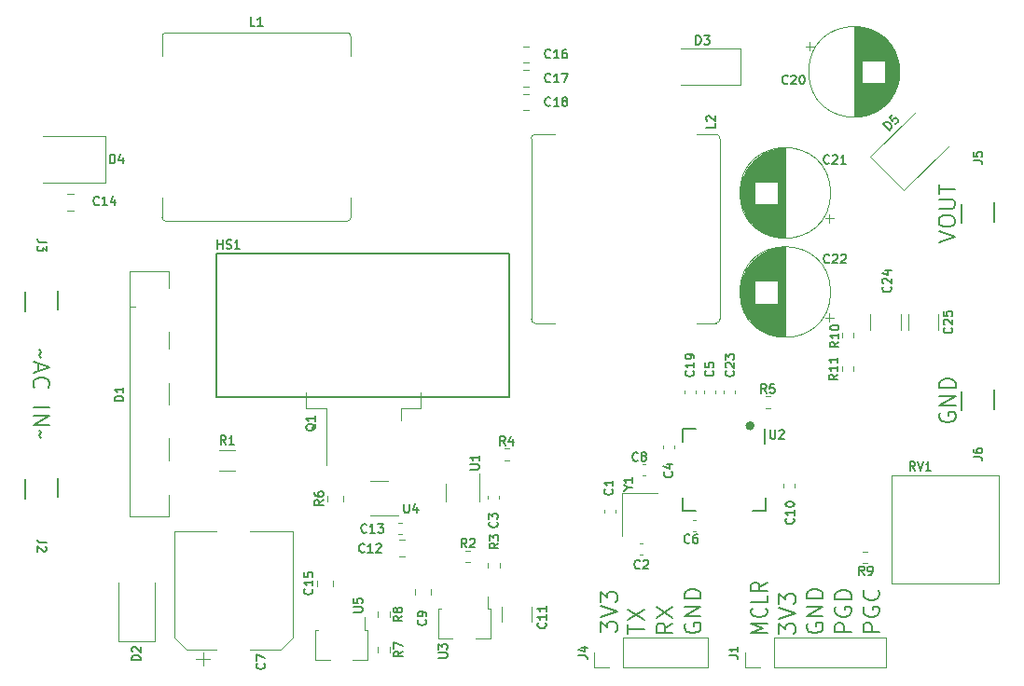
<source format=gto>
%TF.GenerationSoftware,KiCad,Pcbnew,6.0.8-f2edbf62ab~116~ubuntu20.04.1*%
%TF.CreationDate,2022-10-11T00:42:45-04:00*%
%TF.ProjectId,Linear_PSU_APFC_Pre_Reg,4c696e65-6172-45f5-9053-555f41504643,rev?*%
%TF.SameCoordinates,Original*%
%TF.FileFunction,Legend,Top*%
%TF.FilePolarity,Positive*%
%FSLAX46Y46*%
G04 Gerber Fmt 4.6, Leading zero omitted, Abs format (unit mm)*
G04 Created by KiCad (PCBNEW 6.0.8-f2edbf62ab~116~ubuntu20.04.1) date 2022-10-11 00:42:45*
%MOMM*%
%LPD*%
G01*
G04 APERTURE LIST*
%ADD10C,0.200000*%
%ADD11C,0.150000*%
%ADD12C,0.120000*%
%ADD13C,0.400000*%
G04 APERTURE END LIST*
D10*
X64792857Y-73014285D02*
X64864285Y-73085714D01*
X64935714Y-73228571D01*
X64792857Y-73514285D01*
X64864285Y-73657142D01*
X64935714Y-73728571D01*
X64650000Y-74228571D02*
X64650000Y-74942857D01*
X64221428Y-74085714D02*
X65721428Y-74585714D01*
X64221428Y-75085714D01*
X64364285Y-76442857D02*
X64292857Y-76371428D01*
X64221428Y-76157142D01*
X64221428Y-76014285D01*
X64292857Y-75800000D01*
X64435714Y-75657142D01*
X64578571Y-75585714D01*
X64864285Y-75514285D01*
X65078571Y-75514285D01*
X65364285Y-75585714D01*
X65507142Y-75657142D01*
X65650000Y-75800000D01*
X65721428Y-76014285D01*
X65721428Y-76157142D01*
X65650000Y-76371428D01*
X65578571Y-76442857D01*
X64221428Y-78228571D02*
X65721428Y-78228571D01*
X64221428Y-78942857D02*
X65721428Y-78942857D01*
X64221428Y-79800000D01*
X65721428Y-79800000D01*
X64792857Y-80300000D02*
X64864285Y-80371428D01*
X64935714Y-80514285D01*
X64792857Y-80800000D01*
X64864285Y-80942857D01*
X64935714Y-81014285D01*
X146550000Y-78742857D02*
X146478571Y-78885714D01*
X146478571Y-79100000D01*
X146550000Y-79314285D01*
X146692857Y-79457142D01*
X146835714Y-79528571D01*
X147121428Y-79600000D01*
X147335714Y-79600000D01*
X147621428Y-79528571D01*
X147764285Y-79457142D01*
X147907142Y-79314285D01*
X147978571Y-79100000D01*
X147978571Y-78957142D01*
X147907142Y-78742857D01*
X147835714Y-78671428D01*
X147335714Y-78671428D01*
X147335714Y-78957142D01*
X147978571Y-78028571D02*
X146478571Y-78028571D01*
X147978571Y-77171428D01*
X146478571Y-77171428D01*
X147978571Y-76457142D02*
X146478571Y-76457142D01*
X146478571Y-76100000D01*
X146550000Y-75885714D01*
X146692857Y-75742857D01*
X146835714Y-75671428D01*
X147121428Y-75600000D01*
X147335714Y-75600000D01*
X147621428Y-75671428D01*
X147764285Y-75742857D01*
X147907142Y-75885714D01*
X147978571Y-76100000D01*
X147978571Y-76457142D01*
X146428571Y-63242857D02*
X147928571Y-62742857D01*
X146428571Y-62242857D01*
X146428571Y-61457142D02*
X146428571Y-61171428D01*
X146500000Y-61028571D01*
X146642857Y-60885714D01*
X146928571Y-60814285D01*
X147428571Y-60814285D01*
X147714285Y-60885714D01*
X147857142Y-61028571D01*
X147928571Y-61171428D01*
X147928571Y-61457142D01*
X147857142Y-61600000D01*
X147714285Y-61742857D01*
X147428571Y-61814285D01*
X146928571Y-61814285D01*
X146642857Y-61742857D01*
X146500000Y-61600000D01*
X146428571Y-61457142D01*
X146428571Y-60171428D02*
X147642857Y-60171428D01*
X147785714Y-60100000D01*
X147857142Y-60028571D01*
X147928571Y-59885714D01*
X147928571Y-59600000D01*
X147857142Y-59457142D01*
X147785714Y-59385714D01*
X147642857Y-59314285D01*
X146428571Y-59314285D01*
X146428571Y-58814285D02*
X146428571Y-57957142D01*
X147928571Y-58385714D02*
X146428571Y-58385714D01*
X141078571Y-98662857D02*
X139578571Y-98662857D01*
X139578571Y-98091428D01*
X139650000Y-97948571D01*
X139721428Y-97877142D01*
X139864285Y-97805714D01*
X140078571Y-97805714D01*
X140221428Y-97877142D01*
X140292857Y-97948571D01*
X140364285Y-98091428D01*
X140364285Y-98662857D01*
X139650000Y-96377142D02*
X139578571Y-96520000D01*
X139578571Y-96734285D01*
X139650000Y-96948571D01*
X139792857Y-97091428D01*
X139935714Y-97162857D01*
X140221428Y-97234285D01*
X140435714Y-97234285D01*
X140721428Y-97162857D01*
X140864285Y-97091428D01*
X141007142Y-96948571D01*
X141078571Y-96734285D01*
X141078571Y-96591428D01*
X141007142Y-96377142D01*
X140935714Y-96305714D01*
X140435714Y-96305714D01*
X140435714Y-96591428D01*
X140935714Y-94805714D02*
X141007142Y-94877142D01*
X141078571Y-95091428D01*
X141078571Y-95234285D01*
X141007142Y-95448571D01*
X140864285Y-95591428D01*
X140721428Y-95662857D01*
X140435714Y-95734285D01*
X140221428Y-95734285D01*
X139935714Y-95662857D01*
X139792857Y-95591428D01*
X139650000Y-95448571D01*
X139578571Y-95234285D01*
X139578571Y-95091428D01*
X139650000Y-94877142D01*
X139721428Y-94805714D01*
X122288571Y-97825714D02*
X121574285Y-98325714D01*
X122288571Y-98682857D02*
X120788571Y-98682857D01*
X120788571Y-98111428D01*
X120860000Y-97968571D01*
X120931428Y-97897142D01*
X121074285Y-97825714D01*
X121288571Y-97825714D01*
X121431428Y-97897142D01*
X121502857Y-97968571D01*
X121574285Y-98111428D01*
X121574285Y-98682857D01*
X120788571Y-97325714D02*
X122288571Y-96325714D01*
X120788571Y-96325714D02*
X122288571Y-97325714D01*
X134500000Y-97877142D02*
X134428571Y-98020000D01*
X134428571Y-98234285D01*
X134500000Y-98448571D01*
X134642857Y-98591428D01*
X134785714Y-98662857D01*
X135071428Y-98734285D01*
X135285714Y-98734285D01*
X135571428Y-98662857D01*
X135714285Y-98591428D01*
X135857142Y-98448571D01*
X135928571Y-98234285D01*
X135928571Y-98091428D01*
X135857142Y-97877142D01*
X135785714Y-97805714D01*
X135285714Y-97805714D01*
X135285714Y-98091428D01*
X135928571Y-97162857D02*
X134428571Y-97162857D01*
X135928571Y-96305714D01*
X134428571Y-96305714D01*
X135928571Y-95591428D02*
X134428571Y-95591428D01*
X134428571Y-95234285D01*
X134500000Y-95020000D01*
X134642857Y-94877142D01*
X134785714Y-94805714D01*
X135071428Y-94734285D01*
X135285714Y-94734285D01*
X135571428Y-94805714D01*
X135714285Y-94877142D01*
X135857142Y-95020000D01*
X135928571Y-95234285D01*
X135928571Y-95591428D01*
X138528571Y-98662857D02*
X137028571Y-98662857D01*
X137028571Y-98091428D01*
X137100000Y-97948571D01*
X137171428Y-97877142D01*
X137314285Y-97805714D01*
X137528571Y-97805714D01*
X137671428Y-97877142D01*
X137742857Y-97948571D01*
X137814285Y-98091428D01*
X137814285Y-98662857D01*
X137100000Y-96377142D02*
X137028571Y-96520000D01*
X137028571Y-96734285D01*
X137100000Y-96948571D01*
X137242857Y-97091428D01*
X137385714Y-97162857D01*
X137671428Y-97234285D01*
X137885714Y-97234285D01*
X138171428Y-97162857D01*
X138314285Y-97091428D01*
X138457142Y-96948571D01*
X138528571Y-96734285D01*
X138528571Y-96591428D01*
X138457142Y-96377142D01*
X138385714Y-96305714D01*
X137885714Y-96305714D01*
X137885714Y-96591428D01*
X138528571Y-95662857D02*
X137028571Y-95662857D01*
X137028571Y-95305714D01*
X137100000Y-95091428D01*
X137242857Y-94948571D01*
X137385714Y-94877142D01*
X137671428Y-94805714D01*
X137885714Y-94805714D01*
X138171428Y-94877142D01*
X138314285Y-94948571D01*
X138457142Y-95091428D01*
X138528571Y-95305714D01*
X138528571Y-95662857D01*
X130878571Y-98710476D02*
X129378571Y-98710476D01*
X130450000Y-98277142D01*
X129378571Y-97843809D01*
X130878571Y-97843809D01*
X130735714Y-96481904D02*
X130807142Y-96543809D01*
X130878571Y-96729523D01*
X130878571Y-96853333D01*
X130807142Y-97039047D01*
X130664285Y-97162857D01*
X130521428Y-97224761D01*
X130235714Y-97286666D01*
X130021428Y-97286666D01*
X129735714Y-97224761D01*
X129592857Y-97162857D01*
X129450000Y-97039047D01*
X129378571Y-96853333D01*
X129378571Y-96729523D01*
X129450000Y-96543809D01*
X129521428Y-96481904D01*
X130878571Y-95305714D02*
X130878571Y-95924761D01*
X129378571Y-95924761D01*
X130878571Y-94129523D02*
X130164285Y-94562857D01*
X130878571Y-94872380D02*
X129378571Y-94872380D01*
X129378571Y-94377142D01*
X129450000Y-94253333D01*
X129521428Y-94191428D01*
X129664285Y-94129523D01*
X129878571Y-94129523D01*
X130021428Y-94191428D01*
X130092857Y-94253333D01*
X130164285Y-94377142D01*
X130164285Y-94872380D01*
X131928571Y-98805714D02*
X131928571Y-97877142D01*
X132500000Y-98377142D01*
X132500000Y-98162857D01*
X132571428Y-98020000D01*
X132642857Y-97948571D01*
X132785714Y-97877142D01*
X133142857Y-97877142D01*
X133285714Y-97948571D01*
X133357142Y-98020000D01*
X133428571Y-98162857D01*
X133428571Y-98591428D01*
X133357142Y-98734285D01*
X133285714Y-98805714D01*
X131928571Y-97448571D02*
X133428571Y-96948571D01*
X131928571Y-96448571D01*
X131928571Y-96091428D02*
X131928571Y-95162857D01*
X132500000Y-95662857D01*
X132500000Y-95448571D01*
X132571428Y-95305714D01*
X132642857Y-95234285D01*
X132785714Y-95162857D01*
X133142857Y-95162857D01*
X133285714Y-95234285D01*
X133357142Y-95305714D01*
X133428571Y-95448571D01*
X133428571Y-95877142D01*
X133357142Y-96020000D01*
X133285714Y-96091428D01*
X118228571Y-98777142D02*
X118228571Y-97920000D01*
X119728571Y-98348571D02*
X118228571Y-98348571D01*
X118228571Y-97562857D02*
X119728571Y-96562857D01*
X118228571Y-96562857D02*
X119728571Y-97562857D01*
X123400000Y-97877142D02*
X123328571Y-98020000D01*
X123328571Y-98234285D01*
X123400000Y-98448571D01*
X123542857Y-98591428D01*
X123685714Y-98662857D01*
X123971428Y-98734285D01*
X124185714Y-98734285D01*
X124471428Y-98662857D01*
X124614285Y-98591428D01*
X124757142Y-98448571D01*
X124828571Y-98234285D01*
X124828571Y-98091428D01*
X124757142Y-97877142D01*
X124685714Y-97805714D01*
X124185714Y-97805714D01*
X124185714Y-98091428D01*
X124828571Y-97162857D02*
X123328571Y-97162857D01*
X124828571Y-96305714D01*
X123328571Y-96305714D01*
X124828571Y-95591428D02*
X123328571Y-95591428D01*
X123328571Y-95234285D01*
X123400000Y-95020000D01*
X123542857Y-94877142D01*
X123685714Y-94805714D01*
X123971428Y-94734285D01*
X124185714Y-94734285D01*
X124471428Y-94805714D01*
X124614285Y-94877142D01*
X124757142Y-95020000D01*
X124828571Y-95234285D01*
X124828571Y-95591428D01*
X115728571Y-98655714D02*
X115728571Y-97727142D01*
X116300000Y-98227142D01*
X116300000Y-98012857D01*
X116371428Y-97870000D01*
X116442857Y-97798571D01*
X116585714Y-97727142D01*
X116942857Y-97727142D01*
X117085714Y-97798571D01*
X117157142Y-97870000D01*
X117228571Y-98012857D01*
X117228571Y-98441428D01*
X117157142Y-98584285D01*
X117085714Y-98655714D01*
X115728571Y-97298571D02*
X117228571Y-96798571D01*
X115728571Y-96298571D01*
X115728571Y-95941428D02*
X115728571Y-95012857D01*
X116300000Y-95512857D01*
X116300000Y-95298571D01*
X116371428Y-95155714D01*
X116442857Y-95084285D01*
X116585714Y-95012857D01*
X116942857Y-95012857D01*
X117085714Y-95084285D01*
X117157142Y-95155714D01*
X117228571Y-95298571D01*
X117228571Y-95727142D01*
X117157142Y-95870000D01*
X117085714Y-95941428D01*
D11*
%TO.C,D5*%
X141967055Y-53052115D02*
X141401370Y-52486429D01*
X141536057Y-52351742D01*
X141643806Y-52297867D01*
X141751556Y-52297867D01*
X141832368Y-52324805D01*
X141967055Y-52405617D01*
X142047867Y-52486429D01*
X142128680Y-52621116D01*
X142155617Y-52701928D01*
X142155617Y-52809678D01*
X142101742Y-52917428D01*
X141967055Y-53052115D01*
X142236429Y-51651370D02*
X141967055Y-51920744D01*
X142209492Y-52217055D01*
X142209492Y-52163180D01*
X142236429Y-52082368D01*
X142371116Y-51947681D01*
X142451928Y-51920744D01*
X142505803Y-51920744D01*
X142586615Y-51947681D01*
X142721302Y-52082368D01*
X142748240Y-52163180D01*
X142748240Y-52217055D01*
X142721302Y-52297867D01*
X142586615Y-52432554D01*
X142505803Y-52459492D01*
X142451928Y-52459492D01*
%TO.C,D4*%
X71209523Y-56061904D02*
X71209523Y-55261904D01*
X71400000Y-55261904D01*
X71514285Y-55300000D01*
X71590476Y-55376190D01*
X71628571Y-55452380D01*
X71666666Y-55604761D01*
X71666666Y-55719047D01*
X71628571Y-55871428D01*
X71590476Y-55947619D01*
X71514285Y-56023809D01*
X71400000Y-56061904D01*
X71209523Y-56061904D01*
X72352380Y-55528571D02*
X72352380Y-56061904D01*
X72161904Y-55223809D02*
X71971428Y-55795238D01*
X72466666Y-55795238D01*
%TO.C,R1*%
X81716666Y-81591904D02*
X81450000Y-81210952D01*
X81259523Y-81591904D02*
X81259523Y-80791904D01*
X81564285Y-80791904D01*
X81640476Y-80830000D01*
X81678571Y-80868095D01*
X81716666Y-80944285D01*
X81716666Y-81058571D01*
X81678571Y-81134761D01*
X81640476Y-81172857D01*
X81564285Y-81210952D01*
X81259523Y-81210952D01*
X82478571Y-81591904D02*
X82021428Y-81591904D01*
X82250000Y-81591904D02*
X82250000Y-80791904D01*
X82173809Y-80906190D01*
X82097619Y-80982380D01*
X82021428Y-81020476D01*
%TO.C,L1*%
X84366666Y-43561904D02*
X83985714Y-43561904D01*
X83985714Y-42761904D01*
X85052380Y-43561904D02*
X84595238Y-43561904D01*
X84823809Y-43561904D02*
X84823809Y-42761904D01*
X84747619Y-42876190D01*
X84671428Y-42952380D01*
X84595238Y-42990476D01*
%TO.C,L2*%
X126111904Y-52433333D02*
X126111904Y-52814285D01*
X125311904Y-52814285D01*
X125388095Y-52204761D02*
X125350000Y-52166666D01*
X125311904Y-52090476D01*
X125311904Y-51900000D01*
X125350000Y-51823809D01*
X125388095Y-51785714D01*
X125464285Y-51747619D01*
X125540476Y-51747619D01*
X125654761Y-51785714D01*
X126111904Y-52242857D01*
X126111904Y-51747619D01*
%TO.C,C8*%
X119116666Y-83048214D02*
X119078571Y-83086309D01*
X118964285Y-83124404D01*
X118888095Y-83124404D01*
X118773809Y-83086309D01*
X118697619Y-83010119D01*
X118659523Y-82933928D01*
X118621428Y-82781547D01*
X118621428Y-82667261D01*
X118659523Y-82514880D01*
X118697619Y-82438690D01*
X118773809Y-82362500D01*
X118888095Y-82324404D01*
X118964285Y-82324404D01*
X119078571Y-82362500D01*
X119116666Y-82400595D01*
X119573809Y-82667261D02*
X119497619Y-82629166D01*
X119459523Y-82591071D01*
X119421428Y-82514880D01*
X119421428Y-82476785D01*
X119459523Y-82400595D01*
X119497619Y-82362500D01*
X119573809Y-82324404D01*
X119726190Y-82324404D01*
X119802380Y-82362500D01*
X119840476Y-82400595D01*
X119878571Y-82476785D01*
X119878571Y-82514880D01*
X119840476Y-82591071D01*
X119802380Y-82629166D01*
X119726190Y-82667261D01*
X119573809Y-82667261D01*
X119497619Y-82705357D01*
X119459523Y-82743452D01*
X119421428Y-82819642D01*
X119421428Y-82972023D01*
X119459523Y-83048214D01*
X119497619Y-83086309D01*
X119573809Y-83124404D01*
X119726190Y-83124404D01*
X119802380Y-83086309D01*
X119840476Y-83048214D01*
X119878571Y-82972023D01*
X119878571Y-82819642D01*
X119840476Y-82743452D01*
X119802380Y-82705357D01*
X119726190Y-82667261D01*
%TO.C,C22*%
X136485714Y-65035714D02*
X136447619Y-65073809D01*
X136333333Y-65111904D01*
X136257142Y-65111904D01*
X136142857Y-65073809D01*
X136066666Y-64997619D01*
X136028571Y-64921428D01*
X135990476Y-64769047D01*
X135990476Y-64654761D01*
X136028571Y-64502380D01*
X136066666Y-64426190D01*
X136142857Y-64350000D01*
X136257142Y-64311904D01*
X136333333Y-64311904D01*
X136447619Y-64350000D01*
X136485714Y-64388095D01*
X136790476Y-64388095D02*
X136828571Y-64350000D01*
X136904761Y-64311904D01*
X137095238Y-64311904D01*
X137171428Y-64350000D01*
X137209523Y-64388095D01*
X137247619Y-64464285D01*
X137247619Y-64540476D01*
X137209523Y-64654761D01*
X136752380Y-65111904D01*
X137247619Y-65111904D01*
X137552380Y-64388095D02*
X137590476Y-64350000D01*
X137666666Y-64311904D01*
X137857142Y-64311904D01*
X137933333Y-64350000D01*
X137971428Y-64388095D01*
X138009523Y-64464285D01*
X138009523Y-64540476D01*
X137971428Y-64654761D01*
X137514285Y-65111904D01*
X138009523Y-65111904D01*
%TO.C,C1*%
X116785714Y-85645833D02*
X116823809Y-85683928D01*
X116861904Y-85798214D01*
X116861904Y-85874404D01*
X116823809Y-85988690D01*
X116747619Y-86064880D01*
X116671428Y-86102976D01*
X116519047Y-86141071D01*
X116404761Y-86141071D01*
X116252380Y-86102976D01*
X116176190Y-86064880D01*
X116100000Y-85988690D01*
X116061904Y-85874404D01*
X116061904Y-85798214D01*
X116100000Y-85683928D01*
X116138095Y-85645833D01*
X116861904Y-84883928D02*
X116861904Y-85341071D01*
X116861904Y-85112500D02*
X116061904Y-85112500D01*
X116176190Y-85188690D01*
X116252380Y-85264880D01*
X116290476Y-85341071D01*
%TO.C,C18*%
X111185714Y-50785714D02*
X111147619Y-50823809D01*
X111033333Y-50861904D01*
X110957142Y-50861904D01*
X110842857Y-50823809D01*
X110766666Y-50747619D01*
X110728571Y-50671428D01*
X110690476Y-50519047D01*
X110690476Y-50404761D01*
X110728571Y-50252380D01*
X110766666Y-50176190D01*
X110842857Y-50100000D01*
X110957142Y-50061904D01*
X111033333Y-50061904D01*
X111147619Y-50100000D01*
X111185714Y-50138095D01*
X111947619Y-50861904D02*
X111490476Y-50861904D01*
X111719047Y-50861904D02*
X111719047Y-50061904D01*
X111642857Y-50176190D01*
X111566666Y-50252380D01*
X111490476Y-50290476D01*
X112404761Y-50404761D02*
X112328571Y-50366666D01*
X112290476Y-50328571D01*
X112252380Y-50252380D01*
X112252380Y-50214285D01*
X112290476Y-50138095D01*
X112328571Y-50100000D01*
X112404761Y-50061904D01*
X112557142Y-50061904D01*
X112633333Y-50100000D01*
X112671428Y-50138095D01*
X112709523Y-50214285D01*
X112709523Y-50252380D01*
X112671428Y-50328571D01*
X112633333Y-50366666D01*
X112557142Y-50404761D01*
X112404761Y-50404761D01*
X112328571Y-50442857D01*
X112290476Y-50480952D01*
X112252380Y-50557142D01*
X112252380Y-50709523D01*
X112290476Y-50785714D01*
X112328571Y-50823809D01*
X112404761Y-50861904D01*
X112557142Y-50861904D01*
X112633333Y-50823809D01*
X112671428Y-50785714D01*
X112709523Y-50709523D01*
X112709523Y-50557142D01*
X112671428Y-50480952D01*
X112633333Y-50442857D01*
X112557142Y-50404761D01*
%TO.C,C20*%
X132735714Y-48785714D02*
X132697619Y-48823809D01*
X132583333Y-48861904D01*
X132507142Y-48861904D01*
X132392857Y-48823809D01*
X132316666Y-48747619D01*
X132278571Y-48671428D01*
X132240476Y-48519047D01*
X132240476Y-48404761D01*
X132278571Y-48252380D01*
X132316666Y-48176190D01*
X132392857Y-48100000D01*
X132507142Y-48061904D01*
X132583333Y-48061904D01*
X132697619Y-48100000D01*
X132735714Y-48138095D01*
X133040476Y-48138095D02*
X133078571Y-48100000D01*
X133154761Y-48061904D01*
X133345238Y-48061904D01*
X133421428Y-48100000D01*
X133459523Y-48138095D01*
X133497619Y-48214285D01*
X133497619Y-48290476D01*
X133459523Y-48404761D01*
X133002380Y-48861904D01*
X133497619Y-48861904D01*
X133992857Y-48061904D02*
X134069047Y-48061904D01*
X134145238Y-48100000D01*
X134183333Y-48138095D01*
X134221428Y-48214285D01*
X134259523Y-48366666D01*
X134259523Y-48557142D01*
X134221428Y-48709523D01*
X134183333Y-48785714D01*
X134145238Y-48823809D01*
X134069047Y-48861904D01*
X133992857Y-48861904D01*
X133916666Y-48823809D01*
X133878571Y-48785714D01*
X133840476Y-48709523D01*
X133802380Y-48557142D01*
X133802380Y-48366666D01*
X133840476Y-48214285D01*
X133878571Y-48138095D01*
X133916666Y-48100000D01*
X133992857Y-48061904D01*
%TO.C,R11*%
X137261904Y-75239285D02*
X136880952Y-75505952D01*
X137261904Y-75696428D02*
X136461904Y-75696428D01*
X136461904Y-75391666D01*
X136500000Y-75315476D01*
X136538095Y-75277380D01*
X136614285Y-75239285D01*
X136728571Y-75239285D01*
X136804761Y-75277380D01*
X136842857Y-75315476D01*
X136880952Y-75391666D01*
X136880952Y-75696428D01*
X137261904Y-74477380D02*
X137261904Y-74934523D01*
X137261904Y-74705952D02*
X136461904Y-74705952D01*
X136576190Y-74782142D01*
X136652380Y-74858333D01*
X136690476Y-74934523D01*
X137261904Y-73715476D02*
X137261904Y-74172619D01*
X137261904Y-73944047D02*
X136461904Y-73944047D01*
X136576190Y-74020238D01*
X136652380Y-74096428D01*
X136690476Y-74172619D01*
%TO.C,R8*%
X97711904Y-97158333D02*
X97330952Y-97425000D01*
X97711904Y-97615476D02*
X96911904Y-97615476D01*
X96911904Y-97310714D01*
X96950000Y-97234523D01*
X96988095Y-97196428D01*
X97064285Y-97158333D01*
X97178571Y-97158333D01*
X97254761Y-97196428D01*
X97292857Y-97234523D01*
X97330952Y-97310714D01*
X97330952Y-97615476D01*
X97254761Y-96701190D02*
X97216666Y-96777380D01*
X97178571Y-96815476D01*
X97102380Y-96853571D01*
X97064285Y-96853571D01*
X96988095Y-96815476D01*
X96950000Y-96777380D01*
X96911904Y-96701190D01*
X96911904Y-96548809D01*
X96950000Y-96472619D01*
X96988095Y-96434523D01*
X97064285Y-96396428D01*
X97102380Y-96396428D01*
X97178571Y-96434523D01*
X97216666Y-96472619D01*
X97254761Y-96548809D01*
X97254761Y-96701190D01*
X97292857Y-96777380D01*
X97330952Y-96815476D01*
X97407142Y-96853571D01*
X97559523Y-96853571D01*
X97635714Y-96815476D01*
X97673809Y-96777380D01*
X97711904Y-96701190D01*
X97711904Y-96548809D01*
X97673809Y-96472619D01*
X97635714Y-96434523D01*
X97559523Y-96396428D01*
X97407142Y-96396428D01*
X97330952Y-96434523D01*
X97292857Y-96472619D01*
X97254761Y-96548809D01*
%TO.C,R6*%
X90561904Y-86645833D02*
X90180952Y-86912500D01*
X90561904Y-87102976D02*
X89761904Y-87102976D01*
X89761904Y-86798214D01*
X89800000Y-86722023D01*
X89838095Y-86683928D01*
X89914285Y-86645833D01*
X90028571Y-86645833D01*
X90104761Y-86683928D01*
X90142857Y-86722023D01*
X90180952Y-86798214D01*
X90180952Y-87102976D01*
X89761904Y-85960119D02*
X89761904Y-86112500D01*
X89800000Y-86188690D01*
X89838095Y-86226785D01*
X89952380Y-86302976D01*
X90104761Y-86341071D01*
X90409523Y-86341071D01*
X90485714Y-86302976D01*
X90523809Y-86264880D01*
X90561904Y-86188690D01*
X90561904Y-86036309D01*
X90523809Y-85960119D01*
X90485714Y-85922023D01*
X90409523Y-85883928D01*
X90219047Y-85883928D01*
X90142857Y-85922023D01*
X90104761Y-85960119D01*
X90066666Y-86036309D01*
X90066666Y-86188690D01*
X90104761Y-86264880D01*
X90142857Y-86302976D01*
X90219047Y-86341071D01*
%TO.C,C17*%
X111185714Y-48635714D02*
X111147619Y-48673809D01*
X111033333Y-48711904D01*
X110957142Y-48711904D01*
X110842857Y-48673809D01*
X110766666Y-48597619D01*
X110728571Y-48521428D01*
X110690476Y-48369047D01*
X110690476Y-48254761D01*
X110728571Y-48102380D01*
X110766666Y-48026190D01*
X110842857Y-47950000D01*
X110957142Y-47911904D01*
X111033333Y-47911904D01*
X111147619Y-47950000D01*
X111185714Y-47988095D01*
X111947619Y-48711904D02*
X111490476Y-48711904D01*
X111719047Y-48711904D02*
X111719047Y-47911904D01*
X111642857Y-48026190D01*
X111566666Y-48102380D01*
X111490476Y-48140476D01*
X112214285Y-47911904D02*
X112747619Y-47911904D01*
X112404761Y-48711904D01*
%TO.C,C5*%
X125935714Y-74883333D02*
X125973809Y-74921428D01*
X126011904Y-75035714D01*
X126011904Y-75111904D01*
X125973809Y-75226190D01*
X125897619Y-75302380D01*
X125821428Y-75340476D01*
X125669047Y-75378571D01*
X125554761Y-75378571D01*
X125402380Y-75340476D01*
X125326190Y-75302380D01*
X125250000Y-75226190D01*
X125211904Y-75111904D01*
X125211904Y-75035714D01*
X125250000Y-74921428D01*
X125288095Y-74883333D01*
X125211904Y-74159523D02*
X125211904Y-74540476D01*
X125592857Y-74578571D01*
X125554761Y-74540476D01*
X125516666Y-74464285D01*
X125516666Y-74273809D01*
X125554761Y-74197619D01*
X125592857Y-74159523D01*
X125669047Y-74121428D01*
X125859523Y-74121428D01*
X125935714Y-74159523D01*
X125973809Y-74197619D01*
X126011904Y-74273809D01*
X126011904Y-74464285D01*
X125973809Y-74540476D01*
X125935714Y-74578571D01*
%TO.C,R7*%
X97761904Y-100383333D02*
X97380952Y-100650000D01*
X97761904Y-100840476D02*
X96961904Y-100840476D01*
X96961904Y-100535714D01*
X97000000Y-100459523D01*
X97038095Y-100421428D01*
X97114285Y-100383333D01*
X97228571Y-100383333D01*
X97304761Y-100421428D01*
X97342857Y-100459523D01*
X97380952Y-100535714D01*
X97380952Y-100840476D01*
X96961904Y-100116666D02*
X96961904Y-99583333D01*
X97761904Y-99926190D01*
%TO.C,C23*%
X127785714Y-74914285D02*
X127823809Y-74952380D01*
X127861904Y-75066666D01*
X127861904Y-75142857D01*
X127823809Y-75257142D01*
X127747619Y-75333333D01*
X127671428Y-75371428D01*
X127519047Y-75409523D01*
X127404761Y-75409523D01*
X127252380Y-75371428D01*
X127176190Y-75333333D01*
X127100000Y-75257142D01*
X127061904Y-75142857D01*
X127061904Y-75066666D01*
X127100000Y-74952380D01*
X127138095Y-74914285D01*
X127138095Y-74609523D02*
X127100000Y-74571428D01*
X127061904Y-74495238D01*
X127061904Y-74304761D01*
X127100000Y-74228571D01*
X127138095Y-74190476D01*
X127214285Y-74152380D01*
X127290476Y-74152380D01*
X127404761Y-74190476D01*
X127861904Y-74647619D01*
X127861904Y-74152380D01*
X127061904Y-73885714D02*
X127061904Y-73390476D01*
X127366666Y-73657142D01*
X127366666Y-73542857D01*
X127404761Y-73466666D01*
X127442857Y-73428571D01*
X127519047Y-73390476D01*
X127709523Y-73390476D01*
X127785714Y-73428571D01*
X127823809Y-73466666D01*
X127861904Y-73542857D01*
X127861904Y-73771428D01*
X127823809Y-73847619D01*
X127785714Y-73885714D01*
%TO.C,U5*%
X93311904Y-96809523D02*
X93959523Y-96809523D01*
X94035714Y-96771428D01*
X94073809Y-96733333D01*
X94111904Y-96657142D01*
X94111904Y-96504761D01*
X94073809Y-96428571D01*
X94035714Y-96390476D01*
X93959523Y-96352380D01*
X93311904Y-96352380D01*
X93311904Y-95590476D02*
X93311904Y-95971428D01*
X93692857Y-96009523D01*
X93654761Y-95971428D01*
X93616666Y-95895238D01*
X93616666Y-95704761D01*
X93654761Y-95628571D01*
X93692857Y-95590476D01*
X93769047Y-95552380D01*
X93959523Y-95552380D01*
X94035714Y-95590476D01*
X94073809Y-95628571D01*
X94111904Y-95704761D01*
X94111904Y-95895238D01*
X94073809Y-95971428D01*
X94035714Y-96009523D01*
%TO.C,D1*%
X72411904Y-77640476D02*
X71611904Y-77640476D01*
X71611904Y-77450000D01*
X71650000Y-77335714D01*
X71726190Y-77259523D01*
X71802380Y-77221428D01*
X71954761Y-77183333D01*
X72069047Y-77183333D01*
X72221428Y-77221428D01*
X72297619Y-77259523D01*
X72373809Y-77335714D01*
X72411904Y-77450000D01*
X72411904Y-77640476D01*
X72411904Y-76421428D02*
X72411904Y-76878571D01*
X72411904Y-76650000D02*
X71611904Y-76650000D01*
X71726190Y-76726190D01*
X71802380Y-76802380D01*
X71840476Y-76878571D01*
%TO.C,C16*%
X111185714Y-46435714D02*
X111147619Y-46473809D01*
X111033333Y-46511904D01*
X110957142Y-46511904D01*
X110842857Y-46473809D01*
X110766666Y-46397619D01*
X110728571Y-46321428D01*
X110690476Y-46169047D01*
X110690476Y-46054761D01*
X110728571Y-45902380D01*
X110766666Y-45826190D01*
X110842857Y-45750000D01*
X110957142Y-45711904D01*
X111033333Y-45711904D01*
X111147619Y-45750000D01*
X111185714Y-45788095D01*
X111947619Y-46511904D02*
X111490476Y-46511904D01*
X111719047Y-46511904D02*
X111719047Y-45711904D01*
X111642857Y-45826190D01*
X111566666Y-45902380D01*
X111490476Y-45940476D01*
X112633333Y-45711904D02*
X112480952Y-45711904D01*
X112404761Y-45750000D01*
X112366666Y-45788095D01*
X112290476Y-45902380D01*
X112252380Y-46054761D01*
X112252380Y-46359523D01*
X112290476Y-46435714D01*
X112328571Y-46473809D01*
X112404761Y-46511904D01*
X112557142Y-46511904D01*
X112633333Y-46473809D01*
X112671428Y-46435714D01*
X112709523Y-46359523D01*
X112709523Y-46169047D01*
X112671428Y-46092857D01*
X112633333Y-46054761D01*
X112557142Y-46016666D01*
X112404761Y-46016666D01*
X112328571Y-46054761D01*
X112290476Y-46092857D01*
X112252380Y-46169047D01*
%TO.C,J1*%
X127406904Y-100766666D02*
X127978333Y-100766666D01*
X128092619Y-100804761D01*
X128168809Y-100880952D01*
X128206904Y-100995238D01*
X128206904Y-101071428D01*
X128206904Y-99966666D02*
X128206904Y-100423809D01*
X128206904Y-100195238D02*
X127406904Y-100195238D01*
X127521190Y-100271428D01*
X127597380Y-100347619D01*
X127635476Y-100423809D01*
%TO.C,C21*%
X136485714Y-56035714D02*
X136447619Y-56073809D01*
X136333333Y-56111904D01*
X136257142Y-56111904D01*
X136142857Y-56073809D01*
X136066666Y-55997619D01*
X136028571Y-55921428D01*
X135990476Y-55769047D01*
X135990476Y-55654761D01*
X136028571Y-55502380D01*
X136066666Y-55426190D01*
X136142857Y-55350000D01*
X136257142Y-55311904D01*
X136333333Y-55311904D01*
X136447619Y-55350000D01*
X136485714Y-55388095D01*
X136790476Y-55388095D02*
X136828571Y-55350000D01*
X136904761Y-55311904D01*
X137095238Y-55311904D01*
X137171428Y-55350000D01*
X137209523Y-55388095D01*
X137247619Y-55464285D01*
X137247619Y-55540476D01*
X137209523Y-55654761D01*
X136752380Y-56111904D01*
X137247619Y-56111904D01*
X138009523Y-56111904D02*
X137552380Y-56111904D01*
X137780952Y-56111904D02*
X137780952Y-55311904D01*
X137704761Y-55426190D01*
X137628571Y-55502380D01*
X137552380Y-55540476D01*
%TO.C,C15*%
X89535714Y-94714285D02*
X89573809Y-94752380D01*
X89611904Y-94866666D01*
X89611904Y-94942857D01*
X89573809Y-95057142D01*
X89497619Y-95133333D01*
X89421428Y-95171428D01*
X89269047Y-95209523D01*
X89154761Y-95209523D01*
X89002380Y-95171428D01*
X88926190Y-95133333D01*
X88850000Y-95057142D01*
X88811904Y-94942857D01*
X88811904Y-94866666D01*
X88850000Y-94752380D01*
X88888095Y-94714285D01*
X89611904Y-93952380D02*
X89611904Y-94409523D01*
X89611904Y-94180952D02*
X88811904Y-94180952D01*
X88926190Y-94257142D01*
X89002380Y-94333333D01*
X89040476Y-94409523D01*
X88811904Y-93228571D02*
X88811904Y-93609523D01*
X89192857Y-93647619D01*
X89154761Y-93609523D01*
X89116666Y-93533333D01*
X89116666Y-93342857D01*
X89154761Y-93266666D01*
X89192857Y-93228571D01*
X89269047Y-93190476D01*
X89459523Y-93190476D01*
X89535714Y-93228571D01*
X89573809Y-93266666D01*
X89611904Y-93342857D01*
X89611904Y-93533333D01*
X89573809Y-93609523D01*
X89535714Y-93647619D01*
%TO.C,C6*%
X123816666Y-90485714D02*
X123778571Y-90523809D01*
X123664285Y-90561904D01*
X123588095Y-90561904D01*
X123473809Y-90523809D01*
X123397619Y-90447619D01*
X123359523Y-90371428D01*
X123321428Y-90219047D01*
X123321428Y-90104761D01*
X123359523Y-89952380D01*
X123397619Y-89876190D01*
X123473809Y-89800000D01*
X123588095Y-89761904D01*
X123664285Y-89761904D01*
X123778571Y-89800000D01*
X123816666Y-89838095D01*
X124502380Y-89761904D02*
X124350000Y-89761904D01*
X124273809Y-89800000D01*
X124235714Y-89838095D01*
X124159523Y-89952380D01*
X124121428Y-90104761D01*
X124121428Y-90409523D01*
X124159523Y-90485714D01*
X124197619Y-90523809D01*
X124273809Y-90561904D01*
X124426190Y-90561904D01*
X124502380Y-90523809D01*
X124540476Y-90485714D01*
X124578571Y-90409523D01*
X124578571Y-90219047D01*
X124540476Y-90142857D01*
X124502380Y-90104761D01*
X124426190Y-90066666D01*
X124273809Y-90066666D01*
X124197619Y-90104761D01*
X124159523Y-90142857D01*
X124121428Y-90219047D01*
%TO.C,C13*%
X94485714Y-89535714D02*
X94447619Y-89573809D01*
X94333333Y-89611904D01*
X94257142Y-89611904D01*
X94142857Y-89573809D01*
X94066666Y-89497619D01*
X94028571Y-89421428D01*
X93990476Y-89269047D01*
X93990476Y-89154761D01*
X94028571Y-89002380D01*
X94066666Y-88926190D01*
X94142857Y-88850000D01*
X94257142Y-88811904D01*
X94333333Y-88811904D01*
X94447619Y-88850000D01*
X94485714Y-88888095D01*
X95247619Y-89611904D02*
X94790476Y-89611904D01*
X95019047Y-89611904D02*
X95019047Y-88811904D01*
X94942857Y-88926190D01*
X94866666Y-89002380D01*
X94790476Y-89040476D01*
X95514285Y-88811904D02*
X96009523Y-88811904D01*
X95742857Y-89116666D01*
X95857142Y-89116666D01*
X95933333Y-89154761D01*
X95971428Y-89192857D01*
X96009523Y-89269047D01*
X96009523Y-89459523D01*
X95971428Y-89535714D01*
X95933333Y-89573809D01*
X95857142Y-89611904D01*
X95628571Y-89611904D01*
X95552380Y-89573809D01*
X95514285Y-89535714D01*
%TO.C,Y1*%
X118230952Y-85543452D02*
X118611904Y-85543452D01*
X117811904Y-85810119D02*
X118230952Y-85543452D01*
X117811904Y-85276785D01*
X118611904Y-84591071D02*
X118611904Y-85048214D01*
X118611904Y-84819642D02*
X117811904Y-84819642D01*
X117926190Y-84895833D01*
X118002380Y-84972023D01*
X118040476Y-85048214D01*
%TO.C,C11*%
X110735714Y-97814285D02*
X110773809Y-97852380D01*
X110811904Y-97966666D01*
X110811904Y-98042857D01*
X110773809Y-98157142D01*
X110697619Y-98233333D01*
X110621428Y-98271428D01*
X110469047Y-98309523D01*
X110354761Y-98309523D01*
X110202380Y-98271428D01*
X110126190Y-98233333D01*
X110050000Y-98157142D01*
X110011904Y-98042857D01*
X110011904Y-97966666D01*
X110050000Y-97852380D01*
X110088095Y-97814285D01*
X110811904Y-97052380D02*
X110811904Y-97509523D01*
X110811904Y-97280952D02*
X110011904Y-97280952D01*
X110126190Y-97357142D01*
X110202380Y-97433333D01*
X110240476Y-97509523D01*
X110811904Y-96290476D02*
X110811904Y-96747619D01*
X110811904Y-96519047D02*
X110011904Y-96519047D01*
X110126190Y-96595238D01*
X110202380Y-96671428D01*
X110240476Y-96747619D01*
%TO.C,U4*%
X97890476Y-87011904D02*
X97890476Y-87659523D01*
X97928571Y-87735714D01*
X97966666Y-87773809D01*
X98042857Y-87811904D01*
X98195238Y-87811904D01*
X98271428Y-87773809D01*
X98309523Y-87735714D01*
X98347619Y-87659523D01*
X98347619Y-87011904D01*
X99071428Y-87278571D02*
X99071428Y-87811904D01*
X98880952Y-86973809D02*
X98690476Y-87545238D01*
X99185714Y-87545238D01*
%TO.C,C4*%
X122185714Y-84083333D02*
X122223809Y-84121428D01*
X122261904Y-84235714D01*
X122261904Y-84311904D01*
X122223809Y-84426190D01*
X122147619Y-84502380D01*
X122071428Y-84540476D01*
X121919047Y-84578571D01*
X121804761Y-84578571D01*
X121652380Y-84540476D01*
X121576190Y-84502380D01*
X121500000Y-84426190D01*
X121461904Y-84311904D01*
X121461904Y-84235714D01*
X121500000Y-84121428D01*
X121538095Y-84083333D01*
X121728571Y-83397619D02*
X122261904Y-83397619D01*
X121423809Y-83588095D02*
X121995238Y-83778571D01*
X121995238Y-83283333D01*
%TO.C,C24*%
X142035714Y-67264285D02*
X142073809Y-67302380D01*
X142111904Y-67416666D01*
X142111904Y-67492857D01*
X142073809Y-67607142D01*
X141997619Y-67683333D01*
X141921428Y-67721428D01*
X141769047Y-67759523D01*
X141654761Y-67759523D01*
X141502380Y-67721428D01*
X141426190Y-67683333D01*
X141350000Y-67607142D01*
X141311904Y-67492857D01*
X141311904Y-67416666D01*
X141350000Y-67302380D01*
X141388095Y-67264285D01*
X141388095Y-66959523D02*
X141350000Y-66921428D01*
X141311904Y-66845238D01*
X141311904Y-66654761D01*
X141350000Y-66578571D01*
X141388095Y-66540476D01*
X141464285Y-66502380D01*
X141540476Y-66502380D01*
X141654761Y-66540476D01*
X142111904Y-66997619D01*
X142111904Y-66502380D01*
X141578571Y-65816666D02*
X142111904Y-65816666D01*
X141273809Y-66007142D02*
X141845238Y-66197619D01*
X141845238Y-65702380D01*
%TO.C,C9*%
X99835714Y-97533333D02*
X99873809Y-97571428D01*
X99911904Y-97685714D01*
X99911904Y-97761904D01*
X99873809Y-97876190D01*
X99797619Y-97952380D01*
X99721428Y-97990476D01*
X99569047Y-98028571D01*
X99454761Y-98028571D01*
X99302380Y-97990476D01*
X99226190Y-97952380D01*
X99150000Y-97876190D01*
X99111904Y-97761904D01*
X99111904Y-97685714D01*
X99150000Y-97571428D01*
X99188095Y-97533333D01*
X99911904Y-97152380D02*
X99911904Y-97000000D01*
X99873809Y-96923809D01*
X99835714Y-96885714D01*
X99721428Y-96809523D01*
X99569047Y-96771428D01*
X99264285Y-96771428D01*
X99188095Y-96809523D01*
X99150000Y-96847619D01*
X99111904Y-96923809D01*
X99111904Y-97076190D01*
X99150000Y-97152380D01*
X99188095Y-97190476D01*
X99264285Y-97228571D01*
X99454761Y-97228571D01*
X99530952Y-97190476D01*
X99569047Y-97152380D01*
X99607142Y-97076190D01*
X99607142Y-96923809D01*
X99569047Y-96847619D01*
X99530952Y-96809523D01*
X99454761Y-96771428D01*
%TO.C,J6*%
X149561904Y-82716666D02*
X150133333Y-82716666D01*
X150247619Y-82754761D01*
X150323809Y-82830952D01*
X150361904Y-82945238D01*
X150361904Y-83021428D01*
X149561904Y-81992857D02*
X149561904Y-82145238D01*
X149600000Y-82221428D01*
X149638095Y-82259523D01*
X149752380Y-82335714D01*
X149904761Y-82373809D01*
X150209523Y-82373809D01*
X150285714Y-82335714D01*
X150323809Y-82297619D01*
X150361904Y-82221428D01*
X150361904Y-82069047D01*
X150323809Y-81992857D01*
X150285714Y-81954761D01*
X150209523Y-81916666D01*
X150019047Y-81916666D01*
X149942857Y-81954761D01*
X149904761Y-81992857D01*
X149866666Y-82069047D01*
X149866666Y-82221428D01*
X149904761Y-82297619D01*
X149942857Y-82335714D01*
X150019047Y-82373809D01*
%TO.C,R2*%
X103541666Y-90961904D02*
X103275000Y-90580952D01*
X103084523Y-90961904D02*
X103084523Y-90161904D01*
X103389285Y-90161904D01*
X103465476Y-90200000D01*
X103503571Y-90238095D01*
X103541666Y-90314285D01*
X103541666Y-90428571D01*
X103503571Y-90504761D01*
X103465476Y-90542857D01*
X103389285Y-90580952D01*
X103084523Y-90580952D01*
X103846428Y-90238095D02*
X103884523Y-90200000D01*
X103960714Y-90161904D01*
X104151190Y-90161904D01*
X104227380Y-90200000D01*
X104265476Y-90238095D01*
X104303571Y-90314285D01*
X104303571Y-90390476D01*
X104265476Y-90504761D01*
X103808333Y-90961904D01*
X104303571Y-90961904D01*
%TO.C,J5*%
X149561904Y-55816666D02*
X150133333Y-55816666D01*
X150247619Y-55854761D01*
X150323809Y-55930952D01*
X150361904Y-56045238D01*
X150361904Y-56121428D01*
X149561904Y-55054761D02*
X149561904Y-55435714D01*
X149942857Y-55473809D01*
X149904761Y-55435714D01*
X149866666Y-55359523D01*
X149866666Y-55169047D01*
X149904761Y-55092857D01*
X149942857Y-55054761D01*
X150019047Y-55016666D01*
X150209523Y-55016666D01*
X150285714Y-55054761D01*
X150323809Y-55092857D01*
X150361904Y-55169047D01*
X150361904Y-55359523D01*
X150323809Y-55435714D01*
X150285714Y-55473809D01*
%TO.C,R3*%
X106461904Y-90583333D02*
X106080952Y-90850000D01*
X106461904Y-91040476D02*
X105661904Y-91040476D01*
X105661904Y-90735714D01*
X105700000Y-90659523D01*
X105738095Y-90621428D01*
X105814285Y-90583333D01*
X105928571Y-90583333D01*
X106004761Y-90621428D01*
X106042857Y-90659523D01*
X106080952Y-90735714D01*
X106080952Y-91040476D01*
X105661904Y-90316666D02*
X105661904Y-89821428D01*
X105966666Y-90088095D01*
X105966666Y-89973809D01*
X106004761Y-89897619D01*
X106042857Y-89859523D01*
X106119047Y-89821428D01*
X106309523Y-89821428D01*
X106385714Y-89859523D01*
X106423809Y-89897619D01*
X106461904Y-89973809D01*
X106461904Y-90202380D01*
X106423809Y-90278571D01*
X106385714Y-90316666D01*
%TO.C,R5*%
X130791666Y-76924404D02*
X130525000Y-76543452D01*
X130334523Y-76924404D02*
X130334523Y-76124404D01*
X130639285Y-76124404D01*
X130715476Y-76162500D01*
X130753571Y-76200595D01*
X130791666Y-76276785D01*
X130791666Y-76391071D01*
X130753571Y-76467261D01*
X130715476Y-76505357D01*
X130639285Y-76543452D01*
X130334523Y-76543452D01*
X131515476Y-76124404D02*
X131134523Y-76124404D01*
X131096428Y-76505357D01*
X131134523Y-76467261D01*
X131210714Y-76429166D01*
X131401190Y-76429166D01*
X131477380Y-76467261D01*
X131515476Y-76505357D01*
X131553571Y-76581547D01*
X131553571Y-76772023D01*
X131515476Y-76848214D01*
X131477380Y-76886309D01*
X131401190Y-76924404D01*
X131210714Y-76924404D01*
X131134523Y-76886309D01*
X131096428Y-76848214D01*
%TO.C,J2*%
X65438095Y-90533333D02*
X64866666Y-90533333D01*
X64752380Y-90495238D01*
X64676190Y-90419047D01*
X64638095Y-90304761D01*
X64638095Y-90228571D01*
X65361904Y-90876190D02*
X65400000Y-90914285D01*
X65438095Y-90990476D01*
X65438095Y-91180952D01*
X65400000Y-91257142D01*
X65361904Y-91295238D01*
X65285714Y-91333333D01*
X65209523Y-91333333D01*
X65095238Y-91295238D01*
X64638095Y-90838095D01*
X64638095Y-91333333D01*
%TO.C,R10*%
X137361904Y-72264285D02*
X136980952Y-72530952D01*
X137361904Y-72721428D02*
X136561904Y-72721428D01*
X136561904Y-72416666D01*
X136600000Y-72340476D01*
X136638095Y-72302380D01*
X136714285Y-72264285D01*
X136828571Y-72264285D01*
X136904761Y-72302380D01*
X136942857Y-72340476D01*
X136980952Y-72416666D01*
X136980952Y-72721428D01*
X137361904Y-71502380D02*
X137361904Y-71959523D01*
X137361904Y-71730952D02*
X136561904Y-71730952D01*
X136676190Y-71807142D01*
X136752380Y-71883333D01*
X136790476Y-71959523D01*
X136561904Y-71007142D02*
X136561904Y-70930952D01*
X136600000Y-70854761D01*
X136638095Y-70816666D01*
X136714285Y-70778571D01*
X136866666Y-70740476D01*
X137057142Y-70740476D01*
X137209523Y-70778571D01*
X137285714Y-70816666D01*
X137323809Y-70854761D01*
X137361904Y-70930952D01*
X137361904Y-71007142D01*
X137323809Y-71083333D01*
X137285714Y-71121428D01*
X137209523Y-71159523D01*
X137057142Y-71197619D01*
X136866666Y-71197619D01*
X136714285Y-71159523D01*
X136638095Y-71121428D01*
X136600000Y-71083333D01*
X136561904Y-71007142D01*
%TO.C,J4*%
X113731904Y-100766666D02*
X114303333Y-100766666D01*
X114417619Y-100804761D01*
X114493809Y-100880952D01*
X114531904Y-100995238D01*
X114531904Y-101071428D01*
X113998571Y-100042857D02*
X114531904Y-100042857D01*
X113693809Y-100233333D02*
X114265238Y-100423809D01*
X114265238Y-99928571D01*
%TO.C,HS1*%
X80959523Y-63811904D02*
X80959523Y-63011904D01*
X80959523Y-63392857D02*
X81416666Y-63392857D01*
X81416666Y-63811904D02*
X81416666Y-63011904D01*
X81759523Y-63773809D02*
X81873809Y-63811904D01*
X82064285Y-63811904D01*
X82140476Y-63773809D01*
X82178571Y-63735714D01*
X82216666Y-63659523D01*
X82216666Y-63583333D01*
X82178571Y-63507142D01*
X82140476Y-63469047D01*
X82064285Y-63430952D01*
X81911904Y-63392857D01*
X81835714Y-63354761D01*
X81797619Y-63316666D01*
X81759523Y-63240476D01*
X81759523Y-63164285D01*
X81797619Y-63088095D01*
X81835714Y-63050000D01*
X81911904Y-63011904D01*
X82102380Y-63011904D01*
X82216666Y-63050000D01*
X82978571Y-63811904D02*
X82521428Y-63811904D01*
X82750000Y-63811904D02*
X82750000Y-63011904D01*
X82673809Y-63126190D01*
X82597619Y-63202380D01*
X82521428Y-63240476D01*
%TO.C,J3*%
X65438095Y-63233333D02*
X64866666Y-63233333D01*
X64752380Y-63195238D01*
X64676190Y-63119047D01*
X64638095Y-63004761D01*
X64638095Y-62928571D01*
X65438095Y-63538095D02*
X65438095Y-64033333D01*
X65133333Y-63766666D01*
X65133333Y-63880952D01*
X65095238Y-63957142D01*
X65057142Y-63995238D01*
X64980952Y-64033333D01*
X64790476Y-64033333D01*
X64714285Y-63995238D01*
X64676190Y-63957142D01*
X64638095Y-63880952D01*
X64638095Y-63652380D01*
X64676190Y-63576190D01*
X64714285Y-63538095D01*
%TO.C,RV1*%
X144273809Y-83961904D02*
X144007142Y-83580952D01*
X143816666Y-83961904D02*
X143816666Y-83161904D01*
X144121428Y-83161904D01*
X144197619Y-83200000D01*
X144235714Y-83238095D01*
X144273809Y-83314285D01*
X144273809Y-83428571D01*
X144235714Y-83504761D01*
X144197619Y-83542857D01*
X144121428Y-83580952D01*
X143816666Y-83580952D01*
X144502380Y-83161904D02*
X144769047Y-83961904D01*
X145035714Y-83161904D01*
X145721428Y-83961904D02*
X145264285Y-83961904D01*
X145492857Y-83961904D02*
X145492857Y-83161904D01*
X145416666Y-83276190D01*
X145340476Y-83352380D01*
X145264285Y-83390476D01*
%TO.C,Q1*%
X89863095Y-79726190D02*
X89825000Y-79802380D01*
X89748809Y-79878571D01*
X89634523Y-79992857D01*
X89596428Y-80069047D01*
X89596428Y-80145238D01*
X89786904Y-80107142D02*
X89748809Y-80183333D01*
X89672619Y-80259523D01*
X89520238Y-80297619D01*
X89253571Y-80297619D01*
X89101190Y-80259523D01*
X89025000Y-80183333D01*
X88986904Y-80107142D01*
X88986904Y-79954761D01*
X89025000Y-79878571D01*
X89101190Y-79802380D01*
X89253571Y-79764285D01*
X89520238Y-79764285D01*
X89672619Y-79802380D01*
X89748809Y-79878571D01*
X89786904Y-79954761D01*
X89786904Y-80107142D01*
X89786904Y-79002380D02*
X89786904Y-79459523D01*
X89786904Y-79230952D02*
X88986904Y-79230952D01*
X89101190Y-79307142D01*
X89177380Y-79383333D01*
X89215476Y-79459523D01*
%TO.C,C2*%
X119291666Y-92828214D02*
X119253571Y-92866309D01*
X119139285Y-92904404D01*
X119063095Y-92904404D01*
X118948809Y-92866309D01*
X118872619Y-92790119D01*
X118834523Y-92713928D01*
X118796428Y-92561547D01*
X118796428Y-92447261D01*
X118834523Y-92294880D01*
X118872619Y-92218690D01*
X118948809Y-92142500D01*
X119063095Y-92104404D01*
X119139285Y-92104404D01*
X119253571Y-92142500D01*
X119291666Y-92180595D01*
X119596428Y-92180595D02*
X119634523Y-92142500D01*
X119710714Y-92104404D01*
X119901190Y-92104404D01*
X119977380Y-92142500D01*
X120015476Y-92180595D01*
X120053571Y-92256785D01*
X120053571Y-92332976D01*
X120015476Y-92447261D01*
X119558333Y-92904404D01*
X120053571Y-92904404D01*
%TO.C,C10*%
X133235714Y-88326785D02*
X133273809Y-88364880D01*
X133311904Y-88479166D01*
X133311904Y-88555357D01*
X133273809Y-88669642D01*
X133197619Y-88745833D01*
X133121428Y-88783928D01*
X132969047Y-88822023D01*
X132854761Y-88822023D01*
X132702380Y-88783928D01*
X132626190Y-88745833D01*
X132550000Y-88669642D01*
X132511904Y-88555357D01*
X132511904Y-88479166D01*
X132550000Y-88364880D01*
X132588095Y-88326785D01*
X133311904Y-87564880D02*
X133311904Y-88022023D01*
X133311904Y-87793452D02*
X132511904Y-87793452D01*
X132626190Y-87869642D01*
X132702380Y-87945833D01*
X132740476Y-88022023D01*
X132511904Y-87069642D02*
X132511904Y-86993452D01*
X132550000Y-86917261D01*
X132588095Y-86879166D01*
X132664285Y-86841071D01*
X132816666Y-86802976D01*
X133007142Y-86802976D01*
X133159523Y-86841071D01*
X133235714Y-86879166D01*
X133273809Y-86917261D01*
X133311904Y-86993452D01*
X133311904Y-87069642D01*
X133273809Y-87145833D01*
X133235714Y-87183928D01*
X133159523Y-87222023D01*
X133007142Y-87260119D01*
X132816666Y-87260119D01*
X132664285Y-87222023D01*
X132588095Y-87183928D01*
X132550000Y-87145833D01*
X132511904Y-87069642D01*
%TO.C,C7*%
X85185714Y-101483333D02*
X85223809Y-101521428D01*
X85261904Y-101635714D01*
X85261904Y-101711904D01*
X85223809Y-101826190D01*
X85147619Y-101902380D01*
X85071428Y-101940476D01*
X84919047Y-101978571D01*
X84804761Y-101978571D01*
X84652380Y-101940476D01*
X84576190Y-101902380D01*
X84500000Y-101826190D01*
X84461904Y-101711904D01*
X84461904Y-101635714D01*
X84500000Y-101521428D01*
X84538095Y-101483333D01*
X84461904Y-101216666D02*
X84461904Y-100683333D01*
X85261904Y-101026190D01*
%TO.C,D3*%
X124409523Y-45261904D02*
X124409523Y-44461904D01*
X124600000Y-44461904D01*
X124714285Y-44500000D01*
X124790476Y-44576190D01*
X124828571Y-44652380D01*
X124866666Y-44804761D01*
X124866666Y-44919047D01*
X124828571Y-45071428D01*
X124790476Y-45147619D01*
X124714285Y-45223809D01*
X124600000Y-45261904D01*
X124409523Y-45261904D01*
X125133333Y-44461904D02*
X125628571Y-44461904D01*
X125361904Y-44766666D01*
X125476190Y-44766666D01*
X125552380Y-44804761D01*
X125590476Y-44842857D01*
X125628571Y-44919047D01*
X125628571Y-45109523D01*
X125590476Y-45185714D01*
X125552380Y-45223809D01*
X125476190Y-45261904D01*
X125247619Y-45261904D01*
X125171428Y-45223809D01*
X125133333Y-45185714D01*
%TO.C,C19*%
X124135714Y-74914285D02*
X124173809Y-74952380D01*
X124211904Y-75066666D01*
X124211904Y-75142857D01*
X124173809Y-75257142D01*
X124097619Y-75333333D01*
X124021428Y-75371428D01*
X123869047Y-75409523D01*
X123754761Y-75409523D01*
X123602380Y-75371428D01*
X123526190Y-75333333D01*
X123450000Y-75257142D01*
X123411904Y-75142857D01*
X123411904Y-75066666D01*
X123450000Y-74952380D01*
X123488095Y-74914285D01*
X124211904Y-74152380D02*
X124211904Y-74609523D01*
X124211904Y-74380952D02*
X123411904Y-74380952D01*
X123526190Y-74457142D01*
X123602380Y-74533333D01*
X123640476Y-74609523D01*
X124211904Y-73771428D02*
X124211904Y-73619047D01*
X124173809Y-73542857D01*
X124135714Y-73504761D01*
X124021428Y-73428571D01*
X123869047Y-73390476D01*
X123564285Y-73390476D01*
X123488095Y-73428571D01*
X123450000Y-73466666D01*
X123411904Y-73542857D01*
X123411904Y-73695238D01*
X123450000Y-73771428D01*
X123488095Y-73809523D01*
X123564285Y-73847619D01*
X123754761Y-73847619D01*
X123830952Y-73809523D01*
X123869047Y-73771428D01*
X123907142Y-73695238D01*
X123907142Y-73542857D01*
X123869047Y-73466666D01*
X123830952Y-73428571D01*
X123754761Y-73390476D01*
%TO.C,U2*%
X131140476Y-80261904D02*
X131140476Y-80909523D01*
X131178571Y-80985714D01*
X131216666Y-81023809D01*
X131292857Y-81061904D01*
X131445238Y-81061904D01*
X131521428Y-81023809D01*
X131559523Y-80985714D01*
X131597619Y-80909523D01*
X131597619Y-80261904D01*
X131940476Y-80338095D02*
X131978571Y-80300000D01*
X132054761Y-80261904D01*
X132245238Y-80261904D01*
X132321428Y-80300000D01*
X132359523Y-80338095D01*
X132397619Y-80414285D01*
X132397619Y-80490476D01*
X132359523Y-80604761D01*
X131902380Y-81061904D01*
X132397619Y-81061904D01*
%TO.C,C3*%
X106335714Y-88633333D02*
X106373809Y-88671428D01*
X106411904Y-88785714D01*
X106411904Y-88861904D01*
X106373809Y-88976190D01*
X106297619Y-89052380D01*
X106221428Y-89090476D01*
X106069047Y-89128571D01*
X105954761Y-89128571D01*
X105802380Y-89090476D01*
X105726190Y-89052380D01*
X105650000Y-88976190D01*
X105611904Y-88861904D01*
X105611904Y-88785714D01*
X105650000Y-88671428D01*
X105688095Y-88633333D01*
X105611904Y-88366666D02*
X105611904Y-87871428D01*
X105916666Y-88138095D01*
X105916666Y-88023809D01*
X105954761Y-87947619D01*
X105992857Y-87909523D01*
X106069047Y-87871428D01*
X106259523Y-87871428D01*
X106335714Y-87909523D01*
X106373809Y-87947619D01*
X106411904Y-88023809D01*
X106411904Y-88252380D01*
X106373809Y-88328571D01*
X106335714Y-88366666D01*
%TO.C,D2*%
X73961904Y-101190476D02*
X73161904Y-101190476D01*
X73161904Y-101000000D01*
X73200000Y-100885714D01*
X73276190Y-100809523D01*
X73352380Y-100771428D01*
X73504761Y-100733333D01*
X73619047Y-100733333D01*
X73771428Y-100771428D01*
X73847619Y-100809523D01*
X73923809Y-100885714D01*
X73961904Y-101000000D01*
X73961904Y-101190476D01*
X73238095Y-100428571D02*
X73200000Y-100390476D01*
X73161904Y-100314285D01*
X73161904Y-100123809D01*
X73200000Y-100047619D01*
X73238095Y-100009523D01*
X73314285Y-99971428D01*
X73390476Y-99971428D01*
X73504761Y-100009523D01*
X73961904Y-100466666D01*
X73961904Y-99971428D01*
%TO.C,R9*%
X139666666Y-93461904D02*
X139400000Y-93080952D01*
X139209523Y-93461904D02*
X139209523Y-92661904D01*
X139514285Y-92661904D01*
X139590476Y-92700000D01*
X139628571Y-92738095D01*
X139666666Y-92814285D01*
X139666666Y-92928571D01*
X139628571Y-93004761D01*
X139590476Y-93042857D01*
X139514285Y-93080952D01*
X139209523Y-93080952D01*
X140047619Y-93461904D02*
X140200000Y-93461904D01*
X140276190Y-93423809D01*
X140314285Y-93385714D01*
X140390476Y-93271428D01*
X140428571Y-93119047D01*
X140428571Y-92814285D01*
X140390476Y-92738095D01*
X140352380Y-92700000D01*
X140276190Y-92661904D01*
X140123809Y-92661904D01*
X140047619Y-92700000D01*
X140009523Y-92738095D01*
X139971428Y-92814285D01*
X139971428Y-93004761D01*
X140009523Y-93080952D01*
X140047619Y-93119047D01*
X140123809Y-93157142D01*
X140276190Y-93157142D01*
X140352380Y-93119047D01*
X140390476Y-93080952D01*
X140428571Y-93004761D01*
%TO.C,C12*%
X94285714Y-91335714D02*
X94247619Y-91373809D01*
X94133333Y-91411904D01*
X94057142Y-91411904D01*
X93942857Y-91373809D01*
X93866666Y-91297619D01*
X93828571Y-91221428D01*
X93790476Y-91069047D01*
X93790476Y-90954761D01*
X93828571Y-90802380D01*
X93866666Y-90726190D01*
X93942857Y-90650000D01*
X94057142Y-90611904D01*
X94133333Y-90611904D01*
X94247619Y-90650000D01*
X94285714Y-90688095D01*
X95047619Y-91411904D02*
X94590476Y-91411904D01*
X94819047Y-91411904D02*
X94819047Y-90611904D01*
X94742857Y-90726190D01*
X94666666Y-90802380D01*
X94590476Y-90840476D01*
X95352380Y-90688095D02*
X95390476Y-90650000D01*
X95466666Y-90611904D01*
X95657142Y-90611904D01*
X95733333Y-90650000D01*
X95771428Y-90688095D01*
X95809523Y-90764285D01*
X95809523Y-90840476D01*
X95771428Y-90954761D01*
X95314285Y-91411904D01*
X95809523Y-91411904D01*
%TO.C,U3*%
X101011904Y-100959523D02*
X101659523Y-100959523D01*
X101735714Y-100921428D01*
X101773809Y-100883333D01*
X101811904Y-100807142D01*
X101811904Y-100654761D01*
X101773809Y-100578571D01*
X101735714Y-100540476D01*
X101659523Y-100502380D01*
X101011904Y-100502380D01*
X101011904Y-100197619D02*
X101011904Y-99702380D01*
X101316666Y-99969047D01*
X101316666Y-99854761D01*
X101354761Y-99778571D01*
X101392857Y-99740476D01*
X101469047Y-99702380D01*
X101659523Y-99702380D01*
X101735714Y-99740476D01*
X101773809Y-99778571D01*
X101811904Y-99854761D01*
X101811904Y-100083333D01*
X101773809Y-100159523D01*
X101735714Y-100197619D01*
%TO.C,U1*%
X103911904Y-83859523D02*
X104559523Y-83859523D01*
X104635714Y-83821428D01*
X104673809Y-83783333D01*
X104711904Y-83707142D01*
X104711904Y-83554761D01*
X104673809Y-83478571D01*
X104635714Y-83440476D01*
X104559523Y-83402380D01*
X103911904Y-83402380D01*
X104711904Y-82602380D02*
X104711904Y-83059523D01*
X104711904Y-82830952D02*
X103911904Y-82830952D01*
X104026190Y-82907142D01*
X104102380Y-82983333D01*
X104140476Y-83059523D01*
%TO.C,C25*%
X147585714Y-70989285D02*
X147623809Y-71027380D01*
X147661904Y-71141666D01*
X147661904Y-71217857D01*
X147623809Y-71332142D01*
X147547619Y-71408333D01*
X147471428Y-71446428D01*
X147319047Y-71484523D01*
X147204761Y-71484523D01*
X147052380Y-71446428D01*
X146976190Y-71408333D01*
X146900000Y-71332142D01*
X146861904Y-71217857D01*
X146861904Y-71141666D01*
X146900000Y-71027380D01*
X146938095Y-70989285D01*
X146938095Y-70684523D02*
X146900000Y-70646428D01*
X146861904Y-70570238D01*
X146861904Y-70379761D01*
X146900000Y-70303571D01*
X146938095Y-70265476D01*
X147014285Y-70227380D01*
X147090476Y-70227380D01*
X147204761Y-70265476D01*
X147661904Y-70722619D01*
X147661904Y-70227380D01*
X146861904Y-69503571D02*
X146861904Y-69884523D01*
X147242857Y-69922619D01*
X147204761Y-69884523D01*
X147166666Y-69808333D01*
X147166666Y-69617857D01*
X147204761Y-69541666D01*
X147242857Y-69503571D01*
X147319047Y-69465476D01*
X147509523Y-69465476D01*
X147585714Y-69503571D01*
X147623809Y-69541666D01*
X147661904Y-69617857D01*
X147661904Y-69808333D01*
X147623809Y-69884523D01*
X147585714Y-69922619D01*
%TO.C,C14*%
X70185714Y-59785714D02*
X70147619Y-59823809D01*
X70033333Y-59861904D01*
X69957142Y-59861904D01*
X69842857Y-59823809D01*
X69766666Y-59747619D01*
X69728571Y-59671428D01*
X69690476Y-59519047D01*
X69690476Y-59404761D01*
X69728571Y-59252380D01*
X69766666Y-59176190D01*
X69842857Y-59100000D01*
X69957142Y-59061904D01*
X70033333Y-59061904D01*
X70147619Y-59100000D01*
X70185714Y-59138095D01*
X70947619Y-59861904D02*
X70490476Y-59861904D01*
X70719047Y-59861904D02*
X70719047Y-59061904D01*
X70642857Y-59176190D01*
X70566666Y-59252380D01*
X70490476Y-59290476D01*
X71633333Y-59328571D02*
X71633333Y-59861904D01*
X71442857Y-59023809D02*
X71252380Y-59595238D01*
X71747619Y-59595238D01*
%TO.C,R4*%
X107091666Y-81661904D02*
X106825000Y-81280952D01*
X106634523Y-81661904D02*
X106634523Y-80861904D01*
X106939285Y-80861904D01*
X107015476Y-80900000D01*
X107053571Y-80938095D01*
X107091666Y-81014285D01*
X107091666Y-81128571D01*
X107053571Y-81204761D01*
X107015476Y-81242857D01*
X106939285Y-81280952D01*
X106634523Y-81280952D01*
X107777380Y-81128571D02*
X107777380Y-81661904D01*
X107586904Y-80823809D02*
X107396428Y-81395238D01*
X107891666Y-81395238D01*
D12*
%TO.C,D5*%
X140219491Y-55489949D02*
X144250000Y-51459441D01*
X140219491Y-55489949D02*
X143260051Y-58530509D01*
X143260051Y-58530509D02*
X147290559Y-54500000D01*
%TO.C,D4*%
X70800000Y-57850000D02*
X65100000Y-57850000D01*
X70800000Y-57850000D02*
X70800000Y-53550000D01*
X70800000Y-53550000D02*
X65100000Y-53550000D01*
%TO.C,R1*%
X81122936Y-83960000D02*
X82577064Y-83960000D01*
X81122936Y-82140000D02*
X82577064Y-82140000D01*
%TO.C,L1*%
X93070000Y-59200000D02*
X93070000Y-60950000D01*
X92700000Y-61320000D02*
X76300000Y-61320000D01*
X75930000Y-59200000D02*
X75930000Y-60950000D01*
X76300000Y-44180000D02*
X92700000Y-44180000D01*
X93070000Y-44550000D02*
X93070000Y-46300000D01*
X75930000Y-44550000D02*
X75930000Y-46300000D01*
X76300000Y-44180000D02*
G75*
G03*
X75930000Y-44550000I-2J-369998D01*
G01*
X75930000Y-60980000D02*
G75*
G03*
X76300000Y-61321214I370001J30001D01*
G01*
X93070000Y-44550000D02*
G75*
G03*
X92709248Y-44180116I-370000J0D01*
G01*
X92690000Y-61320000D02*
G75*
G03*
X93070135Y-60950000I10000J370000D01*
G01*
%TO.C,L2*%
X111550000Y-70570000D02*
X109800000Y-70570000D01*
X109430000Y-70200000D02*
X109430000Y-53800000D01*
X111550000Y-53430000D02*
X109800000Y-53430000D01*
X126570000Y-53800000D02*
X126570000Y-70200000D01*
X126200000Y-70570000D02*
X124450000Y-70570000D01*
X126200000Y-53430000D02*
X124450000Y-53430000D01*
X126570000Y-53800000D02*
G75*
G03*
X126200000Y-53430000I-369998J2D01*
G01*
X109770000Y-53430000D02*
G75*
G03*
X109428786Y-53800000I30001J-370001D01*
G01*
X126200000Y-70570000D02*
G75*
G03*
X126569884Y-70209248I0J370000D01*
G01*
X109430000Y-70190000D02*
G75*
G03*
X109800000Y-70570135I370000J-10000D01*
G01*
%TO.C,C8*%
X119534420Y-83390000D02*
X119815580Y-83390000D01*
X119534420Y-84410000D02*
X119815580Y-84410000D01*
%TO.C,C22*%
X131099000Y-71585000D02*
X131099000Y-68790000D01*
X136509698Y-70465000D02*
X136509698Y-69665000D01*
X129099000Y-70037000D02*
X129099000Y-65463000D01*
X131779000Y-71767000D02*
X131779000Y-68790000D01*
X129379000Y-70401000D02*
X129379000Y-65099000D01*
X130019000Y-71000000D02*
X130019000Y-68790000D01*
X132020000Y-71802000D02*
X132020000Y-63698000D01*
X128779000Y-69481000D02*
X128779000Y-66019000D01*
X132300000Y-71826000D02*
X132300000Y-63674000D01*
X131219000Y-66710000D02*
X131219000Y-63873000D01*
X131259000Y-71639000D02*
X131259000Y-68790000D01*
X129299000Y-70306000D02*
X129299000Y-65194000D01*
X130259000Y-71168000D02*
X130259000Y-68790000D01*
X130499000Y-71312000D02*
X130499000Y-68790000D01*
X128739000Y-69395000D02*
X128739000Y-66105000D01*
X130499000Y-66710000D02*
X130499000Y-64188000D01*
X129859000Y-70874000D02*
X129859000Y-68790000D01*
X131539000Y-66710000D02*
X131539000Y-63783000D01*
X131619000Y-66710000D02*
X131619000Y-63765000D01*
X130339000Y-71219000D02*
X130339000Y-68790000D01*
X130059000Y-71030000D02*
X130059000Y-68790000D01*
X128539000Y-68848000D02*
X128539000Y-66652000D01*
X130739000Y-66710000D02*
X130739000Y-64064000D01*
X128939000Y-69784000D02*
X128939000Y-65716000D01*
X129819000Y-70840000D02*
X129819000Y-68790000D01*
X132100000Y-71811000D02*
X132100000Y-63689000D01*
X132180000Y-71818000D02*
X132180000Y-63682000D01*
X130459000Y-71290000D02*
X130459000Y-68790000D01*
X130739000Y-71436000D02*
X130739000Y-68790000D01*
X128899000Y-69714000D02*
X128899000Y-65786000D01*
X130259000Y-66710000D02*
X130259000Y-64332000D01*
X131499000Y-71707000D02*
X131499000Y-68790000D01*
X129659000Y-70695000D02*
X129659000Y-64805000D01*
X131459000Y-66710000D02*
X131459000Y-63803000D01*
X132420000Y-71830000D02*
X132420000Y-63670000D01*
X131579000Y-71726000D02*
X131579000Y-68790000D01*
X131379000Y-66710000D02*
X131379000Y-63825000D01*
X129139000Y-70095000D02*
X129139000Y-65405000D01*
X130179000Y-66710000D02*
X130179000Y-64385000D01*
X130299000Y-66710000D02*
X130299000Y-64306000D01*
X130139000Y-66710000D02*
X130139000Y-64412000D01*
X131299000Y-66710000D02*
X131299000Y-63848000D01*
X128459000Y-68518000D02*
X128459000Y-66982000D01*
X129779000Y-70805000D02*
X129779000Y-68790000D01*
X130019000Y-66710000D02*
X130019000Y-64500000D01*
X130659000Y-71397000D02*
X130659000Y-68790000D01*
X130339000Y-66710000D02*
X130339000Y-64281000D01*
X130299000Y-71194000D02*
X130299000Y-68790000D01*
X130899000Y-71507000D02*
X130899000Y-68790000D01*
X129819000Y-66710000D02*
X129819000Y-64660000D01*
X131619000Y-71735000D02*
X131619000Y-68790000D01*
X129459000Y-70491000D02*
X129459000Y-65009000D01*
X130539000Y-71334000D02*
X130539000Y-68790000D01*
X129899000Y-66710000D02*
X129899000Y-64594000D01*
X131059000Y-66710000D02*
X131059000Y-63929000D01*
X130699000Y-71416000D02*
X130699000Y-68790000D01*
X128499000Y-68698000D02*
X128499000Y-66802000D01*
X131019000Y-66710000D02*
X131019000Y-63945000D01*
X130459000Y-66710000D02*
X130459000Y-64210000D01*
X131739000Y-66710000D02*
X131739000Y-63740000D01*
X131539000Y-71717000D02*
X131539000Y-68790000D01*
X129779000Y-66710000D02*
X129779000Y-64695000D01*
X130139000Y-71088000D02*
X130139000Y-68790000D01*
X136909698Y-70065000D02*
X136109698Y-70065000D01*
X131139000Y-66710000D02*
X131139000Y-63900000D01*
X129419000Y-70447000D02*
X129419000Y-65053000D01*
X130699000Y-66710000D02*
X130699000Y-64084000D01*
X129979000Y-66710000D02*
X129979000Y-64530000D01*
X129939000Y-66710000D02*
X129939000Y-64561000D01*
X132260000Y-71824000D02*
X132260000Y-63676000D01*
X129339000Y-70354000D02*
X129339000Y-65146000D01*
X131099000Y-66710000D02*
X131099000Y-63915000D01*
X130419000Y-71267000D02*
X130419000Y-68790000D01*
X131339000Y-66710000D02*
X131339000Y-63836000D01*
X129979000Y-70970000D02*
X129979000Y-68790000D01*
X131059000Y-71571000D02*
X131059000Y-68790000D01*
X130819000Y-71472000D02*
X130819000Y-68790000D01*
X131499000Y-66710000D02*
X131499000Y-63793000D01*
X132220000Y-71821000D02*
X132220000Y-63679000D01*
X130539000Y-66710000D02*
X130539000Y-64166000D01*
X130219000Y-71142000D02*
X130219000Y-68790000D01*
X131219000Y-71627000D02*
X131219000Y-68790000D01*
X131259000Y-66710000D02*
X131259000Y-63861000D01*
X130979000Y-71540000D02*
X130979000Y-68790000D01*
X131579000Y-66710000D02*
X131579000Y-63774000D01*
X130979000Y-66710000D02*
X130979000Y-63960000D01*
X128859000Y-69640000D02*
X128859000Y-65860000D01*
X132500000Y-71830000D02*
X132500000Y-63670000D01*
X131419000Y-66710000D02*
X131419000Y-63814000D01*
X128819000Y-69563000D02*
X128819000Y-65937000D01*
X129539000Y-70576000D02*
X129539000Y-64924000D01*
X131940000Y-71792000D02*
X131940000Y-63708000D01*
X129219000Y-70204000D02*
X129219000Y-65296000D01*
X130179000Y-71115000D02*
X130179000Y-68790000D01*
X131779000Y-66710000D02*
X131779000Y-63733000D01*
X128619000Y-69096000D02*
X128619000Y-66404000D01*
X129059000Y-69978000D02*
X129059000Y-65522000D01*
X131820000Y-71774000D02*
X131820000Y-63726000D01*
X129499000Y-70534000D02*
X129499000Y-64966000D01*
X131980000Y-71798000D02*
X131980000Y-63702000D01*
X131299000Y-71652000D02*
X131299000Y-68790000D01*
X131379000Y-71675000D02*
X131379000Y-68790000D01*
X130779000Y-66710000D02*
X130779000Y-64046000D01*
X129019000Y-69916000D02*
X129019000Y-65584000D01*
X131739000Y-71760000D02*
X131739000Y-68790000D01*
X131179000Y-66710000D02*
X131179000Y-63887000D01*
X132340000Y-71827000D02*
X132340000Y-63673000D01*
X128419000Y-68283000D02*
X128419000Y-67217000D01*
X130219000Y-66710000D02*
X130219000Y-64358000D01*
X129579000Y-70617000D02*
X129579000Y-64883000D01*
X131139000Y-71600000D02*
X131139000Y-68790000D01*
X129739000Y-66710000D02*
X129739000Y-64731000D01*
X131459000Y-71697000D02*
X131459000Y-68790000D01*
X130419000Y-66710000D02*
X130419000Y-64233000D01*
X130619000Y-71377000D02*
X130619000Y-68790000D01*
X132460000Y-71830000D02*
X132460000Y-63670000D01*
X130939000Y-66710000D02*
X130939000Y-63976000D01*
X128579000Y-68979000D02*
X128579000Y-66521000D01*
X130379000Y-66710000D02*
X130379000Y-64257000D01*
X128699000Y-69302000D02*
X128699000Y-66198000D01*
X131339000Y-71664000D02*
X131339000Y-68790000D01*
X129259000Y-70255000D02*
X129259000Y-65245000D01*
X129619000Y-70657000D02*
X129619000Y-64843000D01*
X130579000Y-66710000D02*
X130579000Y-64144000D01*
X130059000Y-66710000D02*
X130059000Y-64470000D01*
X131699000Y-71752000D02*
X131699000Y-68790000D01*
X129699000Y-70733000D02*
X129699000Y-64767000D01*
X130819000Y-66710000D02*
X130819000Y-64028000D01*
X130939000Y-71524000D02*
X130939000Y-68790000D01*
X129739000Y-70769000D02*
X129739000Y-68790000D01*
X131860000Y-71780000D02*
X131860000Y-63720000D01*
X131699000Y-66710000D02*
X131699000Y-63748000D01*
X132060000Y-71807000D02*
X132060000Y-63693000D01*
X131019000Y-71555000D02*
X131019000Y-68790000D01*
X130099000Y-71059000D02*
X130099000Y-68790000D01*
X131659000Y-66710000D02*
X131659000Y-63756000D01*
X131179000Y-71613000D02*
X131179000Y-68790000D01*
X130099000Y-66710000D02*
X130099000Y-64441000D01*
X130859000Y-66710000D02*
X130859000Y-64010000D01*
X129939000Y-70939000D02*
X129939000Y-68790000D01*
X130579000Y-71356000D02*
X130579000Y-68790000D01*
X129859000Y-66710000D02*
X129859000Y-64626000D01*
X128659000Y-69203000D02*
X128659000Y-66297000D01*
X130899000Y-66710000D02*
X130899000Y-63993000D01*
X130379000Y-71243000D02*
X130379000Y-68790000D01*
X131659000Y-71744000D02*
X131659000Y-68790000D01*
X129179000Y-70150000D02*
X129179000Y-65350000D01*
X130859000Y-71490000D02*
X130859000Y-68790000D01*
X130779000Y-71454000D02*
X130779000Y-68790000D01*
X132140000Y-71815000D02*
X132140000Y-63685000D01*
X130659000Y-66710000D02*
X130659000Y-64103000D01*
X131900000Y-71787000D02*
X131900000Y-63713000D01*
X130619000Y-66710000D02*
X130619000Y-64123000D01*
X132380000Y-71829000D02*
X132380000Y-63671000D01*
X129899000Y-70906000D02*
X129899000Y-68790000D01*
X131419000Y-71686000D02*
X131419000Y-68790000D01*
X128979000Y-69852000D02*
X128979000Y-65648000D01*
X136620000Y-67750000D02*
G75*
G03*
X136620000Y-67750000I-4120000J0D01*
G01*
%TO.C,C1*%
X116090000Y-87496920D02*
X116090000Y-87778080D01*
X117110000Y-87496920D02*
X117110000Y-87778080D01*
%TO.C,C18*%
X109211252Y-49765000D02*
X108688748Y-49765000D01*
X109211252Y-51235000D02*
X108688748Y-51235000D01*
%TO.C,C20*%
X139591000Y-48790000D02*
X139591000Y-51744000D01*
X139871000Y-48790000D02*
X139871000Y-51675000D01*
X140351000Y-43993000D02*
X140351000Y-46710000D01*
X139671000Y-43774000D02*
X139671000Y-46710000D01*
X142631000Y-46404000D02*
X142631000Y-49096000D01*
X142591000Y-46297000D02*
X142591000Y-49203000D01*
X139751000Y-43793000D02*
X139751000Y-46710000D01*
X140231000Y-48790000D02*
X140231000Y-51555000D01*
X141911000Y-45146000D02*
X141911000Y-50354000D01*
X139871000Y-43825000D02*
X139871000Y-46710000D01*
X140071000Y-43887000D02*
X140071000Y-46710000D01*
X141511000Y-44731000D02*
X141511000Y-46710000D01*
X141391000Y-48790000D02*
X141391000Y-50874000D01*
X140991000Y-48790000D02*
X140991000Y-51168000D01*
X141751000Y-44966000D02*
X141751000Y-50534000D01*
X140351000Y-48790000D02*
X140351000Y-51507000D01*
X142191000Y-45522000D02*
X142191000Y-49978000D01*
X141991000Y-45245000D02*
X141991000Y-50255000D01*
X140551000Y-44084000D02*
X140551000Y-46710000D01*
X139150000Y-43689000D02*
X139150000Y-51811000D01*
X140951000Y-44306000D02*
X140951000Y-46710000D01*
X139390000Y-43720000D02*
X139390000Y-51780000D01*
X141191000Y-44470000D02*
X141191000Y-46710000D01*
X140911000Y-48790000D02*
X140911000Y-51219000D01*
X140591000Y-44103000D02*
X140591000Y-46710000D01*
X141111000Y-44412000D02*
X141111000Y-46710000D01*
X141671000Y-44883000D02*
X141671000Y-50617000D01*
X139831000Y-43814000D02*
X139831000Y-46710000D01*
X141271000Y-48790000D02*
X141271000Y-50970000D01*
X139030000Y-43679000D02*
X139030000Y-51821000D01*
X140511000Y-44064000D02*
X140511000Y-46710000D01*
X142711000Y-46652000D02*
X142711000Y-48848000D01*
X141591000Y-44805000D02*
X141591000Y-50695000D01*
X139671000Y-48790000D02*
X139671000Y-51726000D01*
X141311000Y-44561000D02*
X141311000Y-46710000D01*
X140871000Y-48790000D02*
X140871000Y-51243000D01*
X140671000Y-48790000D02*
X140671000Y-51356000D01*
X142311000Y-45716000D02*
X142311000Y-49784000D01*
X140031000Y-43873000D02*
X140031000Y-46710000D01*
X139751000Y-48790000D02*
X139751000Y-51707000D01*
X141111000Y-48790000D02*
X141111000Y-51088000D01*
X142671000Y-46521000D02*
X142671000Y-48979000D01*
X140751000Y-48790000D02*
X140751000Y-51312000D01*
X140591000Y-48790000D02*
X140591000Y-51397000D01*
X141351000Y-44594000D02*
X141351000Y-46710000D01*
X140151000Y-48790000D02*
X140151000Y-51585000D01*
X138950000Y-43674000D02*
X138950000Y-51826000D01*
X141631000Y-44843000D02*
X141631000Y-50657000D01*
X140991000Y-44332000D02*
X140991000Y-46710000D01*
X142271000Y-45648000D02*
X142271000Y-49852000D01*
X140311000Y-43976000D02*
X140311000Y-46710000D01*
X141551000Y-44767000D02*
X141551000Y-50733000D01*
X142751000Y-46802000D02*
X142751000Y-48698000D01*
X142511000Y-46105000D02*
X142511000Y-49395000D01*
X140471000Y-44046000D02*
X140471000Y-46710000D01*
X138830000Y-43670000D02*
X138830000Y-51830000D01*
X139551000Y-43748000D02*
X139551000Y-46710000D01*
X140191000Y-43929000D02*
X140191000Y-46710000D01*
X140391000Y-48790000D02*
X140391000Y-51490000D01*
X140911000Y-44281000D02*
X140911000Y-46710000D01*
X140951000Y-48790000D02*
X140951000Y-51194000D01*
X142831000Y-47217000D02*
X142831000Y-48283000D01*
X142551000Y-46198000D02*
X142551000Y-49302000D01*
X142111000Y-45405000D02*
X142111000Y-50095000D01*
X140791000Y-44210000D02*
X140791000Y-46710000D01*
X142351000Y-45786000D02*
X142351000Y-49714000D01*
X141391000Y-44626000D02*
X141391000Y-46710000D01*
X139270000Y-43702000D02*
X139270000Y-51798000D01*
X140791000Y-48790000D02*
X140791000Y-51290000D01*
X139471000Y-48790000D02*
X139471000Y-51767000D01*
X138750000Y-43670000D02*
X138750000Y-51830000D01*
X139310000Y-43708000D02*
X139310000Y-51792000D01*
X142391000Y-45860000D02*
X142391000Y-49640000D01*
X138990000Y-43676000D02*
X138990000Y-51824000D01*
X140111000Y-48790000D02*
X140111000Y-51600000D01*
X139711000Y-48790000D02*
X139711000Y-51717000D01*
X139110000Y-43685000D02*
X139110000Y-51815000D01*
X140271000Y-48790000D02*
X140271000Y-51540000D01*
X139430000Y-43726000D02*
X139430000Y-51774000D01*
X140631000Y-44123000D02*
X140631000Y-46710000D01*
X140071000Y-48790000D02*
X140071000Y-51613000D01*
X142151000Y-45463000D02*
X142151000Y-50037000D01*
X139831000Y-48790000D02*
X139831000Y-51686000D01*
X139911000Y-48790000D02*
X139911000Y-51664000D01*
X141431000Y-48790000D02*
X141431000Y-50840000D01*
X141431000Y-44660000D02*
X141431000Y-46710000D01*
X140751000Y-44188000D02*
X140751000Y-46710000D01*
X140551000Y-48790000D02*
X140551000Y-51416000D01*
X139991000Y-43861000D02*
X139991000Y-46710000D01*
X139190000Y-43693000D02*
X139190000Y-51807000D01*
X141031000Y-44358000D02*
X141031000Y-46710000D01*
X141311000Y-48790000D02*
X141311000Y-50939000D01*
X141471000Y-44695000D02*
X141471000Y-46710000D01*
X142071000Y-45350000D02*
X142071000Y-50150000D01*
X140711000Y-44166000D02*
X140711000Y-46710000D01*
X141231000Y-44500000D02*
X141231000Y-46710000D01*
X134740302Y-45035000D02*
X134740302Y-45835000D01*
X141231000Y-48790000D02*
X141231000Y-51000000D01*
X140231000Y-43945000D02*
X140231000Y-46710000D01*
X142431000Y-45937000D02*
X142431000Y-49563000D01*
X141191000Y-48790000D02*
X141191000Y-51030000D01*
X139951000Y-48790000D02*
X139951000Y-51652000D01*
X139991000Y-48790000D02*
X139991000Y-51639000D01*
X141791000Y-45009000D02*
X141791000Y-50491000D01*
X141471000Y-48790000D02*
X141471000Y-50805000D01*
X141151000Y-48790000D02*
X141151000Y-51059000D01*
X139791000Y-48790000D02*
X139791000Y-51697000D01*
X139711000Y-43783000D02*
X139711000Y-46710000D01*
X140631000Y-48790000D02*
X140631000Y-51377000D01*
X140431000Y-44028000D02*
X140431000Y-46710000D01*
X141831000Y-45053000D02*
X141831000Y-50447000D01*
X139471000Y-43733000D02*
X139471000Y-46710000D01*
X134340302Y-45435000D02*
X135140302Y-45435000D01*
X142231000Y-45584000D02*
X142231000Y-49916000D01*
X140151000Y-43915000D02*
X140151000Y-46710000D01*
X140871000Y-44257000D02*
X140871000Y-46710000D01*
X140311000Y-48790000D02*
X140311000Y-51524000D01*
X139791000Y-43803000D02*
X139791000Y-46710000D01*
X140111000Y-43900000D02*
X140111000Y-46710000D01*
X141951000Y-45194000D02*
X141951000Y-50306000D01*
X140471000Y-48790000D02*
X140471000Y-51454000D01*
X139230000Y-43698000D02*
X139230000Y-51802000D01*
X142791000Y-46982000D02*
X142791000Y-48518000D01*
X140391000Y-44010000D02*
X140391000Y-46710000D01*
X139070000Y-43682000D02*
X139070000Y-51818000D01*
X140831000Y-44233000D02*
X140831000Y-46710000D01*
X139511000Y-43740000D02*
X139511000Y-46710000D01*
X139551000Y-48790000D02*
X139551000Y-51752000D01*
X141351000Y-48790000D02*
X141351000Y-50906000D01*
X139911000Y-43836000D02*
X139911000Y-46710000D01*
X138790000Y-43670000D02*
X138790000Y-51830000D01*
X139631000Y-43765000D02*
X139631000Y-46710000D01*
X141871000Y-45099000D02*
X141871000Y-50401000D01*
X141711000Y-44924000D02*
X141711000Y-50576000D01*
X142471000Y-46019000D02*
X142471000Y-49481000D01*
X141031000Y-48790000D02*
X141031000Y-51142000D01*
X140191000Y-48790000D02*
X140191000Y-51571000D01*
X141151000Y-44441000D02*
X141151000Y-46710000D01*
X140831000Y-48790000D02*
X140831000Y-51267000D01*
X140511000Y-48790000D02*
X140511000Y-51436000D01*
X141071000Y-48790000D02*
X141071000Y-51115000D01*
X140031000Y-48790000D02*
X140031000Y-51627000D01*
X138870000Y-43671000D02*
X138870000Y-51829000D01*
X138910000Y-43673000D02*
X138910000Y-51827000D01*
X140711000Y-48790000D02*
X140711000Y-51334000D01*
X140671000Y-44144000D02*
X140671000Y-46710000D01*
X139350000Y-43713000D02*
X139350000Y-51787000D01*
X140431000Y-48790000D02*
X140431000Y-51472000D01*
X139631000Y-48790000D02*
X139631000Y-51735000D01*
X141071000Y-44385000D02*
X141071000Y-46710000D01*
X141511000Y-48790000D02*
X141511000Y-50769000D01*
X139951000Y-43848000D02*
X139951000Y-46710000D01*
X139591000Y-43756000D02*
X139591000Y-46710000D01*
X139511000Y-48790000D02*
X139511000Y-51760000D01*
X141271000Y-44530000D02*
X141271000Y-46710000D01*
X142031000Y-45296000D02*
X142031000Y-50204000D01*
X140271000Y-43960000D02*
X140271000Y-46710000D01*
X142870000Y-47750000D02*
G75*
G03*
X142870000Y-47750000I-4120000J0D01*
G01*
%TO.C,R11*%
X137627500Y-74487742D02*
X137627500Y-74962258D01*
X138672500Y-74487742D02*
X138672500Y-74962258D01*
%TO.C,R8*%
X96572500Y-97262258D02*
X96572500Y-96787742D01*
X95527500Y-97262258D02*
X95527500Y-96787742D01*
%TO.C,R6*%
X90915000Y-86285436D02*
X90915000Y-86739564D01*
X92385000Y-86285436D02*
X92385000Y-86739564D01*
%TO.C,C17*%
X109211252Y-49085000D02*
X108688748Y-49085000D01*
X109211252Y-47615000D02*
X108688748Y-47615000D01*
%TO.C,C5*%
X126160000Y-76684420D02*
X126160000Y-76965580D01*
X125140000Y-76684420D02*
X125140000Y-76965580D01*
%TO.C,R7*%
X96572500Y-100462258D02*
X96572500Y-99987742D01*
X95527500Y-100462258D02*
X95527500Y-99987742D01*
%TO.C,C23*%
X126940000Y-76684420D02*
X126940000Y-76965580D01*
X127960000Y-76684420D02*
X127960000Y-76965580D01*
%TO.C,U5*%
X94560000Y-101160000D02*
X93250000Y-101160000D01*
X94560000Y-98440000D02*
X94330000Y-98440000D01*
X91150000Y-101160000D02*
X89840000Y-101160000D01*
X89840000Y-101160000D02*
X89840000Y-98440000D01*
X94560000Y-98440000D02*
X94560000Y-101160000D01*
X94330000Y-97300000D02*
X94330000Y-98440000D01*
X89840000Y-98440000D02*
X90070000Y-98440000D01*
%TO.C,D1*%
X76550000Y-76050000D02*
X76550000Y-77950000D01*
X76550000Y-65850000D02*
X76550000Y-67350000D01*
X76550000Y-88150000D02*
X72950000Y-88150000D01*
X76550000Y-86150000D02*
X76550000Y-88150000D01*
X76550000Y-71350000D02*
X76550000Y-72850000D01*
X76550000Y-81050000D02*
X76550000Y-83050000D01*
X72950000Y-69050000D02*
X73450000Y-69050000D01*
X72950000Y-88150000D02*
X72950000Y-65850000D01*
X72950000Y-65850000D02*
X76550000Y-65850000D01*
%TO.C,C16*%
X109211252Y-45465000D02*
X108688748Y-45465000D01*
X109211252Y-46935000D02*
X108688748Y-46935000D01*
%TO.C,J1*%
X131445000Y-101830000D02*
X131445000Y-99170000D01*
X131445000Y-101830000D02*
X141665000Y-101830000D01*
X130175000Y-101830000D02*
X128845000Y-101830000D01*
X131445000Y-99170000D02*
X141665000Y-99170000D01*
X128845000Y-101830000D02*
X128845000Y-100500000D01*
X141665000Y-101830000D02*
X141665000Y-99170000D01*
%TO.C,C21*%
X131379000Y-57710000D02*
X131379000Y-54825000D01*
X131739000Y-57710000D02*
X131739000Y-54740000D01*
X128859000Y-60640000D02*
X128859000Y-56860000D01*
X130739000Y-62436000D02*
X130739000Y-59790000D01*
X129659000Y-61695000D02*
X129659000Y-55805000D01*
X136909698Y-61065000D02*
X136109698Y-61065000D01*
X129059000Y-60978000D02*
X129059000Y-56522000D01*
X131059000Y-62571000D02*
X131059000Y-59790000D01*
X130419000Y-62267000D02*
X130419000Y-59790000D01*
X130139000Y-62088000D02*
X130139000Y-59790000D01*
X129899000Y-61906000D02*
X129899000Y-59790000D01*
X130179000Y-62115000D02*
X130179000Y-59790000D01*
X130219000Y-57710000D02*
X130219000Y-55358000D01*
X128939000Y-60784000D02*
X128939000Y-56716000D01*
X131779000Y-62767000D02*
X131779000Y-59790000D01*
X131259000Y-57710000D02*
X131259000Y-54861000D01*
X131699000Y-57710000D02*
X131699000Y-54748000D01*
X132500000Y-62830000D02*
X132500000Y-54670000D01*
X129859000Y-61874000D02*
X129859000Y-59790000D01*
X128819000Y-60563000D02*
X128819000Y-56937000D01*
X131179000Y-62613000D02*
X131179000Y-59790000D01*
X129179000Y-61150000D02*
X129179000Y-56350000D01*
X130939000Y-62524000D02*
X130939000Y-59790000D01*
X130979000Y-62540000D02*
X130979000Y-59790000D01*
X132060000Y-62807000D02*
X132060000Y-54693000D01*
X130419000Y-57710000D02*
X130419000Y-55233000D01*
X130499000Y-62312000D02*
X130499000Y-59790000D01*
X131139000Y-57710000D02*
X131139000Y-54900000D01*
X128619000Y-60096000D02*
X128619000Y-57404000D01*
X131459000Y-62697000D02*
X131459000Y-59790000D01*
X129259000Y-61255000D02*
X129259000Y-56245000D01*
X131820000Y-62774000D02*
X131820000Y-54726000D01*
X130819000Y-62472000D02*
X130819000Y-59790000D01*
X132020000Y-62802000D02*
X132020000Y-54698000D01*
X130459000Y-57710000D02*
X130459000Y-55210000D01*
X129739000Y-61769000D02*
X129739000Y-59790000D01*
X131579000Y-57710000D02*
X131579000Y-54774000D01*
X128979000Y-60852000D02*
X128979000Y-56648000D01*
X131339000Y-62664000D02*
X131339000Y-59790000D01*
X131659000Y-62744000D02*
X131659000Y-59790000D01*
X132100000Y-62811000D02*
X132100000Y-54689000D01*
X131459000Y-57710000D02*
X131459000Y-54803000D01*
X131619000Y-57710000D02*
X131619000Y-54765000D01*
X130579000Y-57710000D02*
X130579000Y-55144000D01*
X132340000Y-62827000D02*
X132340000Y-54673000D01*
X128419000Y-59283000D02*
X128419000Y-58217000D01*
X130179000Y-57710000D02*
X130179000Y-55385000D01*
X129619000Y-61657000D02*
X129619000Y-55843000D01*
X131779000Y-57710000D02*
X131779000Y-54733000D01*
X129299000Y-61306000D02*
X129299000Y-56194000D01*
X130739000Y-57710000D02*
X130739000Y-55064000D01*
X131579000Y-62726000D02*
X131579000Y-59790000D01*
X130619000Y-62377000D02*
X130619000Y-59790000D01*
X130699000Y-62416000D02*
X130699000Y-59790000D01*
X130779000Y-57710000D02*
X130779000Y-55046000D01*
X129859000Y-57710000D02*
X129859000Y-55626000D01*
X130379000Y-57710000D02*
X130379000Y-55257000D01*
X131539000Y-57710000D02*
X131539000Y-54783000D01*
X130659000Y-62397000D02*
X130659000Y-59790000D01*
X132460000Y-62830000D02*
X132460000Y-54670000D01*
X131739000Y-62760000D02*
X131739000Y-59790000D01*
X130539000Y-57710000D02*
X130539000Y-55166000D01*
X131259000Y-62639000D02*
X131259000Y-59790000D01*
X129939000Y-61939000D02*
X129939000Y-59790000D01*
X130619000Y-57710000D02*
X130619000Y-55123000D01*
X131379000Y-62675000D02*
X131379000Y-59790000D01*
X130499000Y-57710000D02*
X130499000Y-55188000D01*
X128499000Y-59698000D02*
X128499000Y-57802000D01*
X129699000Y-61733000D02*
X129699000Y-55767000D01*
X131299000Y-62652000D02*
X131299000Y-59790000D01*
X132420000Y-62830000D02*
X132420000Y-54670000D01*
X130019000Y-57710000D02*
X130019000Y-55500000D01*
X130219000Y-62142000D02*
X130219000Y-59790000D01*
X131499000Y-57710000D02*
X131499000Y-54793000D01*
X132180000Y-62818000D02*
X132180000Y-54682000D01*
X130979000Y-57710000D02*
X130979000Y-54960000D01*
X129499000Y-61534000D02*
X129499000Y-55966000D01*
X131699000Y-62752000D02*
X131699000Y-59790000D01*
X130259000Y-57710000D02*
X130259000Y-55332000D01*
X130859000Y-57710000D02*
X130859000Y-55010000D01*
X131940000Y-62792000D02*
X131940000Y-54708000D01*
X130899000Y-62507000D02*
X130899000Y-59790000D01*
X131619000Y-62735000D02*
X131619000Y-59790000D01*
X131339000Y-57710000D02*
X131339000Y-54836000D01*
X130379000Y-62243000D02*
X130379000Y-59790000D01*
X129099000Y-61037000D02*
X129099000Y-56463000D01*
X131419000Y-57710000D02*
X131419000Y-54814000D01*
X130819000Y-57710000D02*
X130819000Y-55028000D01*
X130659000Y-57710000D02*
X130659000Y-55103000D01*
X131419000Y-62686000D02*
X131419000Y-59790000D01*
X131219000Y-62627000D02*
X131219000Y-59790000D01*
X131860000Y-62780000D02*
X131860000Y-54720000D01*
X128459000Y-59518000D02*
X128459000Y-57982000D01*
X136509698Y-61465000D02*
X136509698Y-60665000D01*
X128659000Y-60203000D02*
X128659000Y-57297000D01*
X131659000Y-57710000D02*
X131659000Y-54756000D01*
X131019000Y-62555000D02*
X131019000Y-59790000D01*
X130339000Y-62219000D02*
X130339000Y-59790000D01*
X131179000Y-57710000D02*
X131179000Y-54887000D01*
X129819000Y-61840000D02*
X129819000Y-59790000D01*
X131059000Y-57710000D02*
X131059000Y-54929000D01*
X130299000Y-62194000D02*
X130299000Y-59790000D01*
X130059000Y-57710000D02*
X130059000Y-55470000D01*
X132220000Y-62821000D02*
X132220000Y-54679000D01*
X130099000Y-62059000D02*
X130099000Y-59790000D01*
X129979000Y-61970000D02*
X129979000Y-59790000D01*
X132380000Y-62829000D02*
X132380000Y-54671000D01*
X131019000Y-57710000D02*
X131019000Y-54945000D01*
X131139000Y-62600000D02*
X131139000Y-59790000D01*
X130259000Y-62168000D02*
X130259000Y-59790000D01*
X130299000Y-57710000D02*
X130299000Y-55306000D01*
X129139000Y-61095000D02*
X129139000Y-56405000D01*
X129979000Y-57710000D02*
X129979000Y-55530000D01*
X128539000Y-59848000D02*
X128539000Y-57652000D01*
X131539000Y-62717000D02*
X131539000Y-59790000D01*
X130139000Y-57710000D02*
X130139000Y-55412000D01*
X131219000Y-57710000D02*
X131219000Y-54873000D01*
X129379000Y-61401000D02*
X129379000Y-56099000D01*
X132140000Y-62815000D02*
X132140000Y-54685000D01*
X128579000Y-59979000D02*
X128579000Y-57521000D01*
X128699000Y-60302000D02*
X128699000Y-57198000D01*
X129419000Y-61447000D02*
X129419000Y-56053000D01*
X129339000Y-61354000D02*
X129339000Y-56146000D01*
X130099000Y-57710000D02*
X130099000Y-55441000D01*
X128739000Y-60395000D02*
X128739000Y-57105000D01*
X131099000Y-57710000D02*
X131099000Y-54915000D01*
X129579000Y-61617000D02*
X129579000Y-55883000D01*
X130899000Y-57710000D02*
X130899000Y-54993000D01*
X128899000Y-60714000D02*
X128899000Y-56786000D01*
X132300000Y-62826000D02*
X132300000Y-54674000D01*
X131499000Y-62707000D02*
X131499000Y-59790000D01*
X131900000Y-62787000D02*
X131900000Y-54713000D01*
X129739000Y-57710000D02*
X129739000Y-55731000D01*
X128779000Y-60481000D02*
X128779000Y-57019000D01*
X130059000Y-62030000D02*
X130059000Y-59790000D01*
X129219000Y-61204000D02*
X129219000Y-56296000D01*
X129539000Y-61576000D02*
X129539000Y-55924000D01*
X130019000Y-62000000D02*
X130019000Y-59790000D01*
X130699000Y-57710000D02*
X130699000Y-55084000D01*
X129899000Y-57710000D02*
X129899000Y-55594000D01*
X130339000Y-57710000D02*
X130339000Y-55281000D01*
X129459000Y-61491000D02*
X129459000Y-56009000D01*
X130539000Y-62334000D02*
X130539000Y-59790000D01*
X131299000Y-57710000D02*
X131299000Y-54848000D01*
X132260000Y-62824000D02*
X132260000Y-54676000D01*
X129019000Y-60916000D02*
X129019000Y-56584000D01*
X131099000Y-62585000D02*
X131099000Y-59790000D01*
X130939000Y-57710000D02*
X130939000Y-54976000D01*
X129819000Y-57710000D02*
X129819000Y-55660000D01*
X130859000Y-62490000D02*
X130859000Y-59790000D01*
X129939000Y-57710000D02*
X129939000Y-55561000D01*
X129779000Y-61805000D02*
X129779000Y-59790000D01*
X131980000Y-62798000D02*
X131980000Y-54702000D01*
X129779000Y-57710000D02*
X129779000Y-55695000D01*
X130779000Y-62454000D02*
X130779000Y-59790000D01*
X130459000Y-62290000D02*
X130459000Y-59790000D01*
X130579000Y-62356000D02*
X130579000Y-59790000D01*
X136620000Y-58750000D02*
G75*
G03*
X136620000Y-58750000I-4120000J0D01*
G01*
%TO.C,C15*%
X89965000Y-93988748D02*
X89965000Y-94511252D01*
X91435000Y-93988748D02*
X91435000Y-94511252D01*
%TO.C,C6*%
X124084420Y-89510000D02*
X124365580Y-89510000D01*
X124084420Y-88490000D02*
X124365580Y-88490000D01*
%TO.C,C13*%
X97384420Y-89710000D02*
X97665580Y-89710000D01*
X97384420Y-88690000D02*
X97665580Y-88690000D01*
%TO.C,Y1*%
X120900000Y-86012500D02*
X117700000Y-86012500D01*
X117700000Y-86012500D02*
X117700000Y-89912500D01*
%TO.C,C11*%
X106740000Y-97736252D02*
X106740000Y-96313748D01*
X109460000Y-97736252D02*
X109460000Y-96313748D01*
%TO.C,U4*%
X95600000Y-88022500D02*
X97400000Y-88022500D01*
X95600000Y-88022500D02*
X94800000Y-88022500D01*
X95600000Y-84902500D02*
X94800000Y-84902500D01*
X95600000Y-84902500D02*
X96400000Y-84902500D01*
%TO.C,C4*%
X121390000Y-81684420D02*
X121390000Y-81965580D01*
X122410000Y-81684420D02*
X122410000Y-81965580D01*
%TO.C,C24*%
X140240000Y-69763748D02*
X140240000Y-71186252D01*
X142960000Y-69763748D02*
X142960000Y-71186252D01*
%TO.C,C9*%
X98865000Y-94738748D02*
X98865000Y-95261252D01*
X100335000Y-94738748D02*
X100335000Y-95261252D01*
D11*
%TO.C,J6*%
X148500000Y-78500000D02*
X148500000Y-76750000D01*
X151500000Y-78375000D02*
X151500000Y-76625000D01*
D12*
%TO.C,R2*%
X103437742Y-92272500D02*
X103912258Y-92272500D01*
X103437742Y-91227500D02*
X103912258Y-91227500D01*
D11*
%TO.C,J5*%
X148500000Y-61500000D02*
X148500000Y-59750000D01*
X151500000Y-61375000D02*
X151500000Y-59625000D01*
D12*
%TO.C,R3*%
X106572500Y-92337742D02*
X106572500Y-92812258D01*
X105527500Y-92337742D02*
X105527500Y-92812258D01*
%TO.C,R5*%
X130687742Y-77240000D02*
X131162258Y-77240000D01*
X130687742Y-78285000D02*
X131162258Y-78285000D01*
D11*
%TO.C,J2*%
X63500000Y-86500000D02*
X63500000Y-84750000D01*
X66500000Y-86375000D02*
X66500000Y-84625000D01*
D12*
%TO.C,R10*%
X138672500Y-71437742D02*
X138672500Y-71912258D01*
X137627500Y-71437742D02*
X137627500Y-71912258D01*
%TO.C,J4*%
X116500000Y-101830000D02*
X115170000Y-101830000D01*
X115170000Y-101830000D02*
X115170000Y-100500000D01*
X117770000Y-99170000D02*
X125450000Y-99170000D01*
X117770000Y-101830000D02*
X117770000Y-99170000D01*
X117770000Y-101830000D02*
X125450000Y-101830000D01*
X125450000Y-101830000D02*
X125450000Y-99170000D01*
D11*
%TO.C,HS1*%
X80870000Y-77250000D02*
X80870000Y-64250000D01*
X80870000Y-64250000D02*
X107470000Y-64250000D01*
X80870000Y-77250000D02*
X107470000Y-77250000D01*
X107470000Y-64250000D02*
X107470000Y-77250000D01*
%TO.C,J3*%
X66500000Y-69375000D02*
X66500000Y-67625000D01*
X63500000Y-69500000D02*
X63500000Y-67750000D01*
D12*
%TO.C,RV1*%
X151885000Y-94185000D02*
X151885000Y-84415000D01*
X151885000Y-84415000D02*
X142115000Y-84415000D01*
X142115000Y-94185000D02*
X142115000Y-84415000D01*
X151885000Y-94185000D02*
X142115000Y-94185000D01*
%TO.C,Q1*%
X99400000Y-76850000D02*
X99400000Y-78350000D01*
X99400000Y-78350000D02*
X97590000Y-78350000D01*
X90810000Y-78350000D02*
X90810000Y-83475000D01*
X89000000Y-78350000D02*
X90810000Y-78350000D01*
X97590000Y-78350000D02*
X97590000Y-79450000D01*
X89000000Y-76850000D02*
X89000000Y-78350000D01*
%TO.C,C2*%
X119565580Y-91622500D02*
X119284420Y-91622500D01*
X119565580Y-90602500D02*
X119284420Y-90602500D01*
%TO.C,C10*%
X133360000Y-85478080D02*
X133360000Y-85196920D01*
X132340000Y-85478080D02*
X132340000Y-85196920D01*
%TO.C,C7*%
X86695563Y-100210000D02*
X87760000Y-99145563D01*
X87760000Y-89490000D02*
X83910000Y-89490000D01*
X77040000Y-99145563D02*
X77040000Y-89490000D01*
X77040000Y-89490000D02*
X80890000Y-89490000D01*
X78104437Y-100210000D02*
X77040000Y-99145563D01*
X87760000Y-99145563D02*
X87760000Y-89490000D01*
X79015000Y-101075000D02*
X80265000Y-101075000D01*
X79640000Y-101700000D02*
X79640000Y-100450000D01*
X78104437Y-100210000D02*
X80890000Y-100210000D01*
X86695563Y-100210000D02*
X83910000Y-100210000D01*
%TO.C,D3*%
X128400000Y-48900000D02*
X123000000Y-48900000D01*
X128400000Y-48900000D02*
X128400000Y-45600000D01*
X128400000Y-45600000D02*
X123000000Y-45600000D01*
%TO.C,C19*%
X124360000Y-76684420D02*
X124360000Y-76965580D01*
X123340000Y-76684420D02*
X123340000Y-76965580D01*
D10*
%TO.C,U2*%
X123200000Y-80150000D02*
X124400000Y-80150000D01*
X130650000Y-80200000D02*
X130650000Y-81500000D01*
X123200000Y-80150000D02*
X123200000Y-81350000D01*
X123200000Y-87650000D02*
X124400000Y-87650000D01*
X130700000Y-87650000D02*
X129500000Y-87650000D01*
X130700000Y-87650000D02*
X130700000Y-86450000D01*
X123200000Y-87650000D02*
X123200000Y-86450000D01*
D13*
X129500000Y-79900000D02*
G75*
G03*
X129500000Y-79900000I-200000J0D01*
G01*
D12*
%TO.C,C3*%
X106510000Y-86515580D02*
X106510000Y-86234420D01*
X105490000Y-86515580D02*
X105490000Y-86234420D01*
%TO.C,D2*%
X71950000Y-99500000D02*
X71950000Y-94100000D01*
X75250000Y-99500000D02*
X75250000Y-94100000D01*
X71950000Y-99500000D02*
X75250000Y-99500000D01*
%TO.C,R9*%
X139962258Y-92372500D02*
X139487742Y-92372500D01*
X139962258Y-91327500D02*
X139487742Y-91327500D01*
%TO.C,C12*%
X97438748Y-90265000D02*
X97961252Y-90265000D01*
X97438748Y-91735000D02*
X97961252Y-91735000D01*
%TO.C,U3*%
X105710000Y-96540000D02*
X105480000Y-96540000D01*
X100990000Y-99260000D02*
X100990000Y-96540000D01*
X102300000Y-99260000D02*
X100990000Y-99260000D01*
X105480000Y-95400000D02*
X105480000Y-96540000D01*
X105710000Y-99260000D02*
X104400000Y-99260000D01*
X100990000Y-96540000D02*
X101220000Y-96540000D01*
X105710000Y-96540000D02*
X105710000Y-99260000D01*
%TO.C,U1*%
X104760000Y-86000000D02*
X104760000Y-86800000D01*
X101640000Y-86000000D02*
X101640000Y-85200000D01*
X101640000Y-86000000D02*
X101640000Y-86800000D01*
X104760000Y-86000000D02*
X104760000Y-84200000D01*
%TO.C,C25*%
X143640000Y-69763748D02*
X143640000Y-71186252D01*
X146360000Y-69763748D02*
X146360000Y-71186252D01*
%TO.C,C14*%
X67338748Y-58865000D02*
X67861252Y-58865000D01*
X67338748Y-60335000D02*
X67861252Y-60335000D01*
%TO.C,R4*%
X107462258Y-83022500D02*
X106987742Y-83022500D01*
X107462258Y-81977500D02*
X106987742Y-81977500D01*
%TD*%
M02*

</source>
